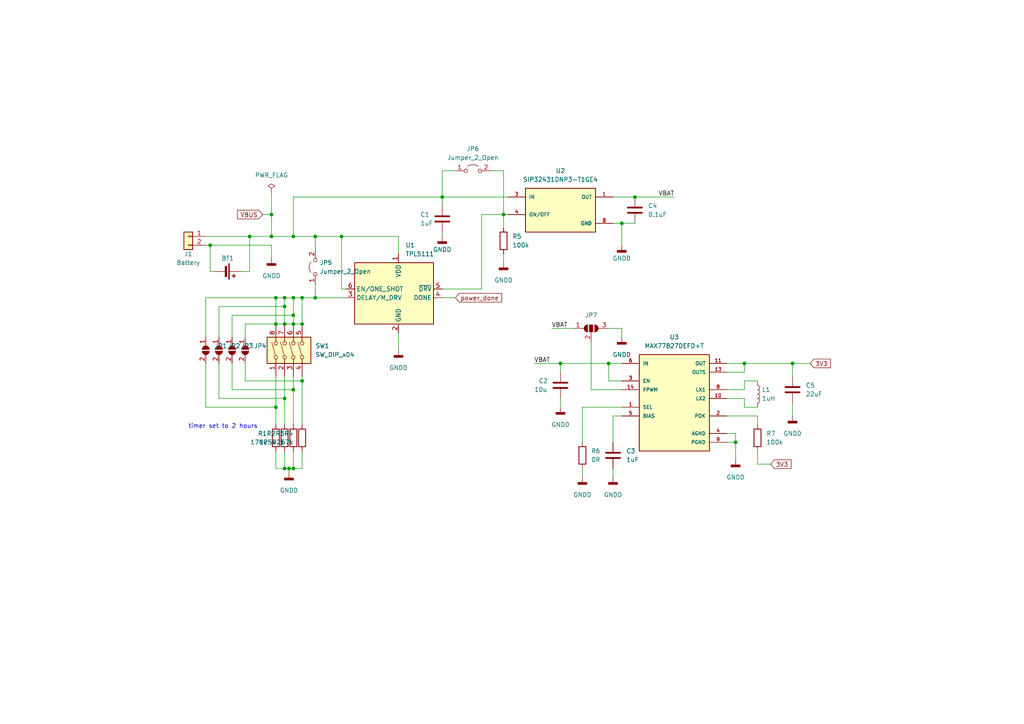
<source format=kicad_sch>
(kicad_sch
	(version 20231120)
	(generator "eeschema")
	(generator_version "8.0")
	(uuid "77c551e5-15fe-4b72-9045-1821f48b8034")
	(paper "A4")
	(lib_symbols
		(symbol "Connector_Generic:Conn_01x02"
			(pin_names
				(offset 1.016) hide)
			(exclude_from_sim no)
			(in_bom yes)
			(on_board yes)
			(property "Reference" "J"
				(at 0 2.54 0)
				(effects
					(font
						(size 1.27 1.27)
					)
				)
			)
			(property "Value" "Conn_01x02"
				(at 0 -5.08 0)
				(effects
					(font
						(size 1.27 1.27)
					)
				)
			)
			(property "Footprint" ""
				(at 0 0 0)
				(effects
					(font
						(size 1.27 1.27)
					)
					(hide yes)
				)
			)
			(property "Datasheet" "~"
				(at 0 0 0)
				(effects
					(font
						(size 1.27 1.27)
					)
					(hide yes)
				)
			)
			(property "Description" "Generic connector, single row, 01x02, script generated (kicad-library-utils/schlib/autogen/connector/)"
				(at 0 0 0)
				(effects
					(font
						(size 1.27 1.27)
					)
					(hide yes)
				)
			)
			(property "ki_keywords" "connector"
				(at 0 0 0)
				(effects
					(font
						(size 1.27 1.27)
					)
					(hide yes)
				)
			)
			(property "ki_fp_filters" "Connector*:*_1x??_*"
				(at 0 0 0)
				(effects
					(font
						(size 1.27 1.27)
					)
					(hide yes)
				)
			)
			(symbol "Conn_01x02_1_1"
				(rectangle
					(start -1.27 -2.413)
					(end 0 -2.667)
					(stroke
						(width 0.1524)
						(type default)
					)
					(fill
						(type none)
					)
				)
				(rectangle
					(start -1.27 0.127)
					(end 0 -0.127)
					(stroke
						(width 0.1524)
						(type default)
					)
					(fill
						(type none)
					)
				)
				(rectangle
					(start -1.27 1.27)
					(end 1.27 -3.81)
					(stroke
						(width 0.254)
						(type default)
					)
					(fill
						(type background)
					)
				)
				(pin passive line
					(at -5.08 0 0)
					(length 3.81)
					(name "Pin_1"
						(effects
							(font
								(size 1.27 1.27)
							)
						)
					)
					(number "1"
						(effects
							(font
								(size 1.27 1.27)
							)
						)
					)
				)
				(pin passive line
					(at -5.08 -2.54 0)
					(length 3.81)
					(name "Pin_2"
						(effects
							(font
								(size 1.27 1.27)
							)
						)
					)
					(number "2"
						(effects
							(font
								(size 1.27 1.27)
							)
						)
					)
				)
			)
		)
		(symbol "Device:Battery_Cell"
			(pin_numbers hide)
			(pin_names
				(offset 0) hide)
			(exclude_from_sim no)
			(in_bom yes)
			(on_board yes)
			(property "Reference" "BT"
				(at 2.54 2.54 0)
				(effects
					(font
						(size 1.27 1.27)
					)
					(justify left)
				)
			)
			(property "Value" "Battery_Cell"
				(at 2.54 0 0)
				(effects
					(font
						(size 1.27 1.27)
					)
					(justify left)
				)
			)
			(property "Footprint" ""
				(at 0 1.524 90)
				(effects
					(font
						(size 1.27 1.27)
					)
					(hide yes)
				)
			)
			(property "Datasheet" "~"
				(at 0 1.524 90)
				(effects
					(font
						(size 1.27 1.27)
					)
					(hide yes)
				)
			)
			(property "Description" "Single-cell battery"
				(at 0 0 0)
				(effects
					(font
						(size 1.27 1.27)
					)
					(hide yes)
				)
			)
			(property "ki_keywords" "battery cell"
				(at 0 0 0)
				(effects
					(font
						(size 1.27 1.27)
					)
					(hide yes)
				)
			)
			(symbol "Battery_Cell_0_1"
				(rectangle
					(start -2.286 1.778)
					(end 2.286 1.524)
					(stroke
						(width 0)
						(type default)
					)
					(fill
						(type outline)
					)
				)
				(rectangle
					(start -1.524 1.016)
					(end 1.524 0.508)
					(stroke
						(width 0)
						(type default)
					)
					(fill
						(type outline)
					)
				)
				(polyline
					(pts
						(xy 0 0.762) (xy 0 0)
					)
					(stroke
						(width 0)
						(type default)
					)
					(fill
						(type none)
					)
				)
				(polyline
					(pts
						(xy 0 1.778) (xy 0 2.54)
					)
					(stroke
						(width 0)
						(type default)
					)
					(fill
						(type none)
					)
				)
				(polyline
					(pts
						(xy 0.762 3.048) (xy 1.778 3.048)
					)
					(stroke
						(width 0.254)
						(type default)
					)
					(fill
						(type none)
					)
				)
				(polyline
					(pts
						(xy 1.27 3.556) (xy 1.27 2.54)
					)
					(stroke
						(width 0.254)
						(type default)
					)
					(fill
						(type none)
					)
				)
			)
			(symbol "Battery_Cell_1_1"
				(pin passive line
					(at 0 5.08 270)
					(length 2.54)
					(name "+"
						(effects
							(font
								(size 1.27 1.27)
							)
						)
					)
					(number "1"
						(effects
							(font
								(size 1.27 1.27)
							)
						)
					)
				)
				(pin passive line
					(at 0 -2.54 90)
					(length 2.54)
					(name "-"
						(effects
							(font
								(size 1.27 1.27)
							)
						)
					)
					(number "2"
						(effects
							(font
								(size 1.27 1.27)
							)
						)
					)
				)
			)
		)
		(symbol "Device:C"
			(pin_numbers hide)
			(pin_names
				(offset 0.254)
			)
			(exclude_from_sim no)
			(in_bom yes)
			(on_board yes)
			(property "Reference" "C"
				(at 0.635 2.54 0)
				(effects
					(font
						(size 1.27 1.27)
					)
					(justify left)
				)
			)
			(property "Value" "C"
				(at 0.635 -2.54 0)
				(effects
					(font
						(size 1.27 1.27)
					)
					(justify left)
				)
			)
			(property "Footprint" ""
				(at 0.9652 -3.81 0)
				(effects
					(font
						(size 1.27 1.27)
					)
					(hide yes)
				)
			)
			(property "Datasheet" "~"
				(at 0 0 0)
				(effects
					(font
						(size 1.27 1.27)
					)
					(hide yes)
				)
			)
			(property "Description" "Unpolarized capacitor"
				(at 0 0 0)
				(effects
					(font
						(size 1.27 1.27)
					)
					(hide yes)
				)
			)
			(property "ki_keywords" "cap capacitor"
				(at 0 0 0)
				(effects
					(font
						(size 1.27 1.27)
					)
					(hide yes)
				)
			)
			(property "ki_fp_filters" "C_*"
				(at 0 0 0)
				(effects
					(font
						(size 1.27 1.27)
					)
					(hide yes)
				)
			)
			(symbol "C_0_1"
				(polyline
					(pts
						(xy -2.032 -0.762) (xy 2.032 -0.762)
					)
					(stroke
						(width 0.508)
						(type default)
					)
					(fill
						(type none)
					)
				)
				(polyline
					(pts
						(xy -2.032 0.762) (xy 2.032 0.762)
					)
					(stroke
						(width 0.508)
						(type default)
					)
					(fill
						(type none)
					)
				)
			)
			(symbol "C_1_1"
				(pin passive line
					(at 0 3.81 270)
					(length 2.794)
					(name "~"
						(effects
							(font
								(size 1.27 1.27)
							)
						)
					)
					(number "1"
						(effects
							(font
								(size 1.27 1.27)
							)
						)
					)
				)
				(pin passive line
					(at 0 -3.81 90)
					(length 2.794)
					(name "~"
						(effects
							(font
								(size 1.27 1.27)
							)
						)
					)
					(number "2"
						(effects
							(font
								(size 1.27 1.27)
							)
						)
					)
				)
			)
		)
		(symbol "Device:L"
			(pin_numbers hide)
			(pin_names
				(offset 1.016) hide)
			(exclude_from_sim no)
			(in_bom yes)
			(on_board yes)
			(property "Reference" "L"
				(at -1.27 0 90)
				(effects
					(font
						(size 1.27 1.27)
					)
				)
			)
			(property "Value" "L"
				(at 1.905 0 90)
				(effects
					(font
						(size 1.27 1.27)
					)
				)
			)
			(property "Footprint" ""
				(at 0 0 0)
				(effects
					(font
						(size 1.27 1.27)
					)
					(hide yes)
				)
			)
			(property "Datasheet" "~"
				(at 0 0 0)
				(effects
					(font
						(size 1.27 1.27)
					)
					(hide yes)
				)
			)
			(property "Description" "Inductor"
				(at 0 0 0)
				(effects
					(font
						(size 1.27 1.27)
					)
					(hide yes)
				)
			)
			(property "ki_keywords" "inductor choke coil reactor magnetic"
				(at 0 0 0)
				(effects
					(font
						(size 1.27 1.27)
					)
					(hide yes)
				)
			)
			(property "ki_fp_filters" "Choke_* *Coil* Inductor_* L_*"
				(at 0 0 0)
				(effects
					(font
						(size 1.27 1.27)
					)
					(hide yes)
				)
			)
			(symbol "L_0_1"
				(arc
					(start 0 -2.54)
					(mid 0.6323 -1.905)
					(end 0 -1.27)
					(stroke
						(width 0)
						(type default)
					)
					(fill
						(type none)
					)
				)
				(arc
					(start 0 -1.27)
					(mid 0.6323 -0.635)
					(end 0 0)
					(stroke
						(width 0)
						(type default)
					)
					(fill
						(type none)
					)
				)
				(arc
					(start 0 0)
					(mid 0.6323 0.635)
					(end 0 1.27)
					(stroke
						(width 0)
						(type default)
					)
					(fill
						(type none)
					)
				)
				(arc
					(start 0 1.27)
					(mid 0.6323 1.905)
					(end 0 2.54)
					(stroke
						(width 0)
						(type default)
					)
					(fill
						(type none)
					)
				)
			)
			(symbol "L_1_1"
				(pin passive line
					(at 0 3.81 270)
					(length 1.27)
					(name "1"
						(effects
							(font
								(size 1.27 1.27)
							)
						)
					)
					(number "1"
						(effects
							(font
								(size 1.27 1.27)
							)
						)
					)
				)
				(pin passive line
					(at 0 -3.81 90)
					(length 1.27)
					(name "2"
						(effects
							(font
								(size 1.27 1.27)
							)
						)
					)
					(number "2"
						(effects
							(font
								(size 1.27 1.27)
							)
						)
					)
				)
			)
		)
		(symbol "Device:R"
			(pin_numbers hide)
			(pin_names
				(offset 0)
			)
			(exclude_from_sim no)
			(in_bom yes)
			(on_board yes)
			(property "Reference" "R"
				(at 2.032 0 90)
				(effects
					(font
						(size 1.27 1.27)
					)
				)
			)
			(property "Value" "R"
				(at 0 0 90)
				(effects
					(font
						(size 1.27 1.27)
					)
				)
			)
			(property "Footprint" ""
				(at -1.778 0 90)
				(effects
					(font
						(size 1.27 1.27)
					)
					(hide yes)
				)
			)
			(property "Datasheet" "~"
				(at 0 0 0)
				(effects
					(font
						(size 1.27 1.27)
					)
					(hide yes)
				)
			)
			(property "Description" "Resistor"
				(at 0 0 0)
				(effects
					(font
						(size 1.27 1.27)
					)
					(hide yes)
				)
			)
			(property "ki_keywords" "R res resistor"
				(at 0 0 0)
				(effects
					(font
						(size 1.27 1.27)
					)
					(hide yes)
				)
			)
			(property "ki_fp_filters" "R_*"
				(at 0 0 0)
				(effects
					(font
						(size 1.27 1.27)
					)
					(hide yes)
				)
			)
			(symbol "R_0_1"
				(rectangle
					(start -1.016 -2.54)
					(end 1.016 2.54)
					(stroke
						(width 0.254)
						(type default)
					)
					(fill
						(type none)
					)
				)
			)
			(symbol "R_1_1"
				(pin passive line
					(at 0 3.81 270)
					(length 1.27)
					(name "~"
						(effects
							(font
								(size 1.27 1.27)
							)
						)
					)
					(number "1"
						(effects
							(font
								(size 1.27 1.27)
							)
						)
					)
				)
				(pin passive line
					(at 0 -3.81 90)
					(length 1.27)
					(name "~"
						(effects
							(font
								(size 1.27 1.27)
							)
						)
					)
					(number "2"
						(effects
							(font
								(size 1.27 1.27)
							)
						)
					)
				)
			)
		)
		(symbol "Jumper:Jumper_2_Open"
			(pin_names
				(offset 0) hide)
			(exclude_from_sim no)
			(in_bom yes)
			(on_board yes)
			(property "Reference" "JP"
				(at 0 2.794 0)
				(effects
					(font
						(size 1.27 1.27)
					)
				)
			)
			(property "Value" "Jumper_2_Open"
				(at 0 -2.286 0)
				(effects
					(font
						(size 1.27 1.27)
					)
				)
			)
			(property "Footprint" ""
				(at 0 0 0)
				(effects
					(font
						(size 1.27 1.27)
					)
					(hide yes)
				)
			)
			(property "Datasheet" "~"
				(at 0 0 0)
				(effects
					(font
						(size 1.27 1.27)
					)
					(hide yes)
				)
			)
			(property "Description" "Jumper, 2-pole, open"
				(at 0 0 0)
				(effects
					(font
						(size 1.27 1.27)
					)
					(hide yes)
				)
			)
			(property "ki_keywords" "Jumper SPST"
				(at 0 0 0)
				(effects
					(font
						(size 1.27 1.27)
					)
					(hide yes)
				)
			)
			(property "ki_fp_filters" "Jumper* TestPoint*2Pads* TestPoint*Bridge*"
				(at 0 0 0)
				(effects
					(font
						(size 1.27 1.27)
					)
					(hide yes)
				)
			)
			(symbol "Jumper_2_Open_0_0"
				(circle
					(center -2.032 0)
					(radius 0.508)
					(stroke
						(width 0)
						(type default)
					)
					(fill
						(type none)
					)
				)
				(circle
					(center 2.032 0)
					(radius 0.508)
					(stroke
						(width 0)
						(type default)
					)
					(fill
						(type none)
					)
				)
			)
			(symbol "Jumper_2_Open_0_1"
				(arc
					(start 1.524 1.27)
					(mid 0 1.778)
					(end -1.524 1.27)
					(stroke
						(width 0)
						(type default)
					)
					(fill
						(type none)
					)
				)
			)
			(symbol "Jumper_2_Open_1_1"
				(pin passive line
					(at -5.08 0 0)
					(length 2.54)
					(name "A"
						(effects
							(font
								(size 1.27 1.27)
							)
						)
					)
					(number "1"
						(effects
							(font
								(size 1.27 1.27)
							)
						)
					)
				)
				(pin passive line
					(at 5.08 0 180)
					(length 2.54)
					(name "B"
						(effects
							(font
								(size 1.27 1.27)
							)
						)
					)
					(number "2"
						(effects
							(font
								(size 1.27 1.27)
							)
						)
					)
				)
			)
		)
		(symbol "Jumper:SolderJumper_2_Open"
			(pin_names
				(offset 0) hide)
			(exclude_from_sim no)
			(in_bom yes)
			(on_board yes)
			(property "Reference" "JP"
				(at 0 2.032 0)
				(effects
					(font
						(size 1.27 1.27)
					)
				)
			)
			(property "Value" "SolderJumper_2_Open"
				(at 0 -2.54 0)
				(effects
					(font
						(size 1.27 1.27)
					)
				)
			)
			(property "Footprint" ""
				(at 0 0 0)
				(effects
					(font
						(size 1.27 1.27)
					)
					(hide yes)
				)
			)
			(property "Datasheet" "~"
				(at 0 0 0)
				(effects
					(font
						(size 1.27 1.27)
					)
					(hide yes)
				)
			)
			(property "Description" "Solder Jumper, 2-pole, open"
				(at 0 0 0)
				(effects
					(font
						(size 1.27 1.27)
					)
					(hide yes)
				)
			)
			(property "ki_keywords" "solder jumper SPST"
				(at 0 0 0)
				(effects
					(font
						(size 1.27 1.27)
					)
					(hide yes)
				)
			)
			(property "ki_fp_filters" "SolderJumper*Open*"
				(at 0 0 0)
				(effects
					(font
						(size 1.27 1.27)
					)
					(hide yes)
				)
			)
			(symbol "SolderJumper_2_Open_0_1"
				(arc
					(start -0.254 1.016)
					(mid -1.2656 0)
					(end -0.254 -1.016)
					(stroke
						(width 0)
						(type default)
					)
					(fill
						(type none)
					)
				)
				(arc
					(start -0.254 1.016)
					(mid -1.2656 0)
					(end -0.254 -1.016)
					(stroke
						(width 0)
						(type default)
					)
					(fill
						(type outline)
					)
				)
				(polyline
					(pts
						(xy -0.254 1.016) (xy -0.254 -1.016)
					)
					(stroke
						(width 0)
						(type default)
					)
					(fill
						(type none)
					)
				)
				(polyline
					(pts
						(xy 0.254 1.016) (xy 0.254 -1.016)
					)
					(stroke
						(width 0)
						(type default)
					)
					(fill
						(type none)
					)
				)
				(arc
					(start 0.254 -1.016)
					(mid 1.2656 0)
					(end 0.254 1.016)
					(stroke
						(width 0)
						(type default)
					)
					(fill
						(type none)
					)
				)
				(arc
					(start 0.254 -1.016)
					(mid 1.2656 0)
					(end 0.254 1.016)
					(stroke
						(width 0)
						(type default)
					)
					(fill
						(type outline)
					)
				)
			)
			(symbol "SolderJumper_2_Open_1_1"
				(pin passive line
					(at -3.81 0 0)
					(length 2.54)
					(name "A"
						(effects
							(font
								(size 1.27 1.27)
							)
						)
					)
					(number "1"
						(effects
							(font
								(size 1.27 1.27)
							)
						)
					)
				)
				(pin passive line
					(at 3.81 0 180)
					(length 2.54)
					(name "B"
						(effects
							(font
								(size 1.27 1.27)
							)
						)
					)
					(number "2"
						(effects
							(font
								(size 1.27 1.27)
							)
						)
					)
				)
			)
		)
		(symbol "Jumper:SolderJumper_3_Open"
			(pin_names
				(offset 0) hide)
			(exclude_from_sim no)
			(in_bom yes)
			(on_board yes)
			(property "Reference" "JP"
				(at -2.54 -2.54 0)
				(effects
					(font
						(size 1.27 1.27)
					)
				)
			)
			(property "Value" "SolderJumper_3_Open"
				(at 0 2.794 0)
				(effects
					(font
						(size 1.27 1.27)
					)
				)
			)
			(property "Footprint" ""
				(at 0 0 0)
				(effects
					(font
						(size 1.27 1.27)
					)
					(hide yes)
				)
			)
			(property "Datasheet" "~"
				(at 0 0 0)
				(effects
					(font
						(size 1.27 1.27)
					)
					(hide yes)
				)
			)
			(property "Description" "Solder Jumper, 3-pole, open"
				(at 0 0 0)
				(effects
					(font
						(size 1.27 1.27)
					)
					(hide yes)
				)
			)
			(property "ki_keywords" "Solder Jumper SPDT"
				(at 0 0 0)
				(effects
					(font
						(size 1.27 1.27)
					)
					(hide yes)
				)
			)
			(property "ki_fp_filters" "SolderJumper*Open*"
				(at 0 0 0)
				(effects
					(font
						(size 1.27 1.27)
					)
					(hide yes)
				)
			)
			(symbol "SolderJumper_3_Open_0_1"
				(arc
					(start -1.016 1.016)
					(mid -2.0276 0)
					(end -1.016 -1.016)
					(stroke
						(width 0)
						(type default)
					)
					(fill
						(type none)
					)
				)
				(arc
					(start -1.016 1.016)
					(mid -2.0276 0)
					(end -1.016 -1.016)
					(stroke
						(width 0)
						(type default)
					)
					(fill
						(type outline)
					)
				)
				(rectangle
					(start -0.508 1.016)
					(end 0.508 -1.016)
					(stroke
						(width 0)
						(type default)
					)
					(fill
						(type outline)
					)
				)
				(polyline
					(pts
						(xy -2.54 0) (xy -2.032 0)
					)
					(stroke
						(width 0)
						(type default)
					)
					(fill
						(type none)
					)
				)
				(polyline
					(pts
						(xy -1.016 1.016) (xy -1.016 -1.016)
					)
					(stroke
						(width 0)
						(type default)
					)
					(fill
						(type none)
					)
				)
				(polyline
					(pts
						(xy 0 -1.27) (xy 0 -1.016)
					)
					(stroke
						(width 0)
						(type default)
					)
					(fill
						(type none)
					)
				)
				(polyline
					(pts
						(xy 1.016 1.016) (xy 1.016 -1.016)
					)
					(stroke
						(width 0)
						(type default)
					)
					(fill
						(type none)
					)
				)
				(polyline
					(pts
						(xy 2.54 0) (xy 2.032 0)
					)
					(stroke
						(width 0)
						(type default)
					)
					(fill
						(type none)
					)
				)
				(arc
					(start 1.016 -1.016)
					(mid 2.0276 0)
					(end 1.016 1.016)
					(stroke
						(width 0)
						(type default)
					)
					(fill
						(type none)
					)
				)
				(arc
					(start 1.016 -1.016)
					(mid 2.0276 0)
					(end 1.016 1.016)
					(stroke
						(width 0)
						(type default)
					)
					(fill
						(type outline)
					)
				)
			)
			(symbol "SolderJumper_3_Open_1_1"
				(pin passive line
					(at -5.08 0 0)
					(length 2.54)
					(name "A"
						(effects
							(font
								(size 1.27 1.27)
							)
						)
					)
					(number "1"
						(effects
							(font
								(size 1.27 1.27)
							)
						)
					)
				)
				(pin passive line
					(at 0 -3.81 90)
					(length 2.54)
					(name "C"
						(effects
							(font
								(size 1.27 1.27)
							)
						)
					)
					(number "2"
						(effects
							(font
								(size 1.27 1.27)
							)
						)
					)
				)
				(pin passive line
					(at 5.08 0 180)
					(length 2.54)
					(name "B"
						(effects
							(font
								(size 1.27 1.27)
							)
						)
					)
					(number "3"
						(effects
							(font
								(size 1.27 1.27)
							)
						)
					)
				)
			)
		)
		(symbol "MAX77827DEFD_T:MAX77827DEFD+T"
			(pin_names
				(offset 1.016)
			)
			(exclude_from_sim no)
			(in_bom yes)
			(on_board yes)
			(property "Reference" "U"
				(at -10.16 13.208 0)
				(effects
					(font
						(size 1.27 1.27)
					)
					(justify left bottom)
				)
			)
			(property "Value" "MAX77827DEFD+T"
				(at -10.16 -17.78 0)
				(effects
					(font
						(size 1.27 1.27)
					)
					(justify left bottom)
				)
			)
			(property "Footprint" "CONV_MAX77827DEFD+T"
				(at 0 0 0)
				(effects
					(font
						(size 1.27 1.27)
					)
					(justify bottom)
					(hide yes)
				)
			)
			(property "Datasheet" ""
				(at 0 0 0)
				(effects
					(font
						(size 1.27 1.27)
					)
					(hide yes)
				)
			)
			(property "Description" ""
				(at 0 0 0)
				(effects
					(font
						(size 1.27 1.27)
					)
					(hide yes)
				)
			)
			(property "PARTREV" "B"
				(at 0 0 0)
				(effects
					(font
						(size 1.27 1.27)
					)
					(justify bottom)
					(hide yes)
				)
			)
			(property "STANDARD" "Manufacturer Recommended"
				(at 0 0 0)
				(effects
					(font
						(size 1.27 1.27)
					)
					(justify bottom)
					(hide yes)
				)
			)
			(property "MAXIMUM_PACKAGE_HEIGHT" "0.6mm"
				(at 0 0 0)
				(effects
					(font
						(size 1.27 1.27)
					)
					(justify bottom)
					(hide yes)
				)
			)
			(property "MANUFACTURER" "Maxim Integrated"
				(at 0 0 0)
				(effects
					(font
						(size 1.27 1.27)
					)
					(justify bottom)
					(hide yes)
				)
			)
			(symbol "MAX77827DEFD+T_0_0"
				(rectangle
					(start -10.16 -15.24)
					(end 10.16 12.7)
					(stroke
						(width 0.254)
						(type default)
					)
					(fill
						(type background)
					)
				)
				(pin passive line
					(at -15.24 -2.54 0)
					(length 5.08)
					(name "SEL"
						(effects
							(font
								(size 1.016 1.016)
							)
						)
					)
					(number "1"
						(effects
							(font
								(size 1.016 1.016)
							)
						)
					)
				)
				(pin passive line
					(at 15.24 0 180)
					(length 5.08)
					(name "LX2"
						(effects
							(font
								(size 1.016 1.016)
							)
						)
					)
					(number "10"
						(effects
							(font
								(size 1.016 1.016)
							)
						)
					)
				)
				(pin output line
					(at 15.24 10.16 180)
					(length 5.08)
					(name "OUT"
						(effects
							(font
								(size 1.016 1.016)
							)
						)
					)
					(number "11"
						(effects
							(font
								(size 1.016 1.016)
							)
						)
					)
				)
				(pin input line
					(at 15.24 7.62 180)
					(length 5.08)
					(name "OUTS"
						(effects
							(font
								(size 1.016 1.016)
							)
						)
					)
					(number "13"
						(effects
							(font
								(size 1.016 1.016)
							)
						)
					)
				)
				(pin input line
					(at -15.24 2.54 0)
					(length 5.08)
					(name "FPWM"
						(effects
							(font
								(size 1.016 1.016)
							)
						)
					)
					(number "14"
						(effects
							(font
								(size 1.016 1.016)
							)
						)
					)
				)
				(pin output line
					(at 15.24 -5.08 180)
					(length 5.08)
					(name "POK"
						(effects
							(font
								(size 1.016 1.016)
							)
						)
					)
					(number "2"
						(effects
							(font
								(size 1.016 1.016)
							)
						)
					)
				)
				(pin input line
					(at -15.24 5.08 0)
					(length 5.08)
					(name "EN"
						(effects
							(font
								(size 1.016 1.016)
							)
						)
					)
					(number "3"
						(effects
							(font
								(size 1.016 1.016)
							)
						)
					)
				)
				(pin power_in line
					(at 15.24 -10.16 180)
					(length 5.08)
					(name "AGND"
						(effects
							(font
								(size 1.016 1.016)
							)
						)
					)
					(number "4"
						(effects
							(font
								(size 1.016 1.016)
							)
						)
					)
				)
				(pin passive line
					(at -15.24 -5.08 0)
					(length 5.08)
					(name "BIAS"
						(effects
							(font
								(size 1.016 1.016)
							)
						)
					)
					(number "5"
						(effects
							(font
								(size 1.016 1.016)
							)
						)
					)
				)
				(pin input line
					(at -15.24 10.16 0)
					(length 5.08)
					(name "IN"
						(effects
							(font
								(size 1.016 1.016)
							)
						)
					)
					(number "6"
						(effects
							(font
								(size 1.016 1.016)
							)
						)
					)
				)
				(pin passive line
					(at 15.24 2.54 180)
					(length 5.08)
					(name "LX1"
						(effects
							(font
								(size 1.016 1.016)
							)
						)
					)
					(number "8"
						(effects
							(font
								(size 1.016 1.016)
							)
						)
					)
				)
				(pin power_in line
					(at 15.24 -12.7 180)
					(length 5.08)
					(name "PGND"
						(effects
							(font
								(size 1.016 1.016)
							)
						)
					)
					(number "9"
						(effects
							(font
								(size 1.016 1.016)
							)
						)
					)
				)
			)
		)
		(symbol "SIP32431DNP3-T1GE4:SIP32431DNP3-T1GE4"
			(pin_names
				(offset 1.016)
			)
			(exclude_from_sim no)
			(in_bom yes)
			(on_board yes)
			(property "Reference" "U"
				(at -10.16 5.842 0)
				(effects
					(font
						(size 1.27 1.27)
					)
					(justify left bottom)
				)
			)
			(property "Value" "SIP32431DNP3-T1GE4"
				(at -10.16 -10.16 0)
				(effects
					(font
						(size 1.27 1.27)
					)
					(justify left bottom)
				)
			)
			(property "Footprint" "SON50P120X160X60-5N"
				(at 0 0 0)
				(effects
					(font
						(size 1.27 1.27)
					)
					(justify bottom)
					(hide yes)
				)
			)
			(property "Datasheet" ""
				(at 0 0 0)
				(effects
					(font
						(size 1.27 1.27)
					)
					(hide yes)
				)
			)
			(property "Description" ""
				(at 0 0 0)
				(effects
					(font
						(size 1.27 1.27)
					)
					(hide yes)
				)
			)
			(property "PARTREV" "Rev F"
				(at 0 0 0)
				(effects
					(font
						(size 1.27 1.27)
					)
					(justify bottom)
					(hide yes)
				)
			)
			(property "STANDARD" "IPC-7351B"
				(at 0 0 0)
				(effects
					(font
						(size 1.27 1.27)
					)
					(justify bottom)
					(hide yes)
				)
			)
			(property "MAXIMUM_PACKAGE_HEIGHT" "0.6mm"
				(at 0 0 0)
				(effects
					(font
						(size 1.27 1.27)
					)
					(justify bottom)
					(hide yes)
				)
			)
			(property "MANUFACTURER" "Vishay Siliconix"
				(at 0 0 0)
				(effects
					(font
						(size 1.27 1.27)
					)
					(justify bottom)
					(hide yes)
				)
			)
			(symbol "SIP32431DNP3-T1GE4_0_0"
				(rectangle
					(start -10.16 -7.62)
					(end 10.16 5.08)
					(stroke
						(width 0.254)
						(type default)
					)
					(fill
						(type background)
					)
				)
				(pin output line
					(at 15.24 2.54 180)
					(length 5.08)
					(name "OUT"
						(effects
							(font
								(size 1.016 1.016)
							)
						)
					)
					(number "1"
						(effects
							(font
								(size 1.016 1.016)
							)
						)
					)
				)
				(pin power_in line
					(at 15.24 -5.08 180)
					(length 5.08)
					(name "GND"
						(effects
							(font
								(size 1.016 1.016)
							)
						)
					)
					(number "2"
						(effects
							(font
								(size 1.016 1.016)
							)
						)
					)
				)
				(pin input line
					(at -15.24 2.54 0)
					(length 5.08)
					(name "IN"
						(effects
							(font
								(size 1.016 1.016)
							)
						)
					)
					(number "3"
						(effects
							(font
								(size 1.016 1.016)
							)
						)
					)
				)
				(pin input line
					(at -15.24 -2.54 0)
					(length 5.08)
					(name "ON/OFF"
						(effects
							(font
								(size 1.016 1.016)
							)
						)
					)
					(number "4"
						(effects
							(font
								(size 1.016 1.016)
							)
						)
					)
				)
				(pin power_in line
					(at 15.24 -5.08 180)
					(length 5.08)
					(name "GND"
						(effects
							(font
								(size 1.016 1.016)
							)
						)
					)
					(number "5"
						(effects
							(font
								(size 1.016 1.016)
							)
						)
					)
				)
			)
		)
		(symbol "Switch:SW_DIP_x04"
			(pin_names
				(offset 0) hide)
			(exclude_from_sim no)
			(in_bom yes)
			(on_board yes)
			(property "Reference" "SW"
				(at 0 8.89 0)
				(effects
					(font
						(size 1.27 1.27)
					)
				)
			)
			(property "Value" "SW_DIP_x04"
				(at 0 -6.35 0)
				(effects
					(font
						(size 1.27 1.27)
					)
				)
			)
			(property "Footprint" ""
				(at 0 0 0)
				(effects
					(font
						(size 1.27 1.27)
					)
					(hide yes)
				)
			)
			(property "Datasheet" "~"
				(at 0 0 0)
				(effects
					(font
						(size 1.27 1.27)
					)
					(hide yes)
				)
			)
			(property "Description" "4x DIP Switch, Single Pole Single Throw (SPST) switch, small symbol"
				(at 0 0 0)
				(effects
					(font
						(size 1.27 1.27)
					)
					(hide yes)
				)
			)
			(property "ki_keywords" "dip switch"
				(at 0 0 0)
				(effects
					(font
						(size 1.27 1.27)
					)
					(hide yes)
				)
			)
			(property "ki_fp_filters" "SW?DIP?x4*"
				(at 0 0 0)
				(effects
					(font
						(size 1.27 1.27)
					)
					(hide yes)
				)
			)
			(symbol "SW_DIP_x04_0_0"
				(circle
					(center -2.032 -2.54)
					(radius 0.508)
					(stroke
						(width 0)
						(type default)
					)
					(fill
						(type none)
					)
				)
				(circle
					(center -2.032 0)
					(radius 0.508)
					(stroke
						(width 0)
						(type default)
					)
					(fill
						(type none)
					)
				)
				(circle
					(center -2.032 2.54)
					(radius 0.508)
					(stroke
						(width 0)
						(type default)
					)
					(fill
						(type none)
					)
				)
				(circle
					(center -2.032 5.08)
					(radius 0.508)
					(stroke
						(width 0)
						(type default)
					)
					(fill
						(type none)
					)
				)
				(polyline
					(pts
						(xy -1.524 -2.3876) (xy 2.3622 -1.3462)
					)
					(stroke
						(width 0)
						(type default)
					)
					(fill
						(type none)
					)
				)
				(polyline
					(pts
						(xy -1.524 0.127) (xy 2.3622 1.1684)
					)
					(stroke
						(width 0)
						(type default)
					)
					(fill
						(type none)
					)
				)
				(polyline
					(pts
						(xy -1.524 2.667) (xy 2.3622 3.7084)
					)
					(stroke
						(width 0)
						(type default)
					)
					(fill
						(type none)
					)
				)
				(polyline
					(pts
						(xy -1.524 5.207) (xy 2.3622 6.2484)
					)
					(stroke
						(width 0)
						(type default)
					)
					(fill
						(type none)
					)
				)
				(circle
					(center 2.032 -2.54)
					(radius 0.508)
					(stroke
						(width 0)
						(type default)
					)
					(fill
						(type none)
					)
				)
				(circle
					(center 2.032 0)
					(radius 0.508)
					(stroke
						(width 0)
						(type default)
					)
					(fill
						(type none)
					)
				)
				(circle
					(center 2.032 2.54)
					(radius 0.508)
					(stroke
						(width 0)
						(type default)
					)
					(fill
						(type none)
					)
				)
				(circle
					(center 2.032 5.08)
					(radius 0.508)
					(stroke
						(width 0)
						(type default)
					)
					(fill
						(type none)
					)
				)
			)
			(symbol "SW_DIP_x04_0_1"
				(rectangle
					(start -3.81 7.62)
					(end 3.81 -5.08)
					(stroke
						(width 0.254)
						(type default)
					)
					(fill
						(type background)
					)
				)
			)
			(symbol "SW_DIP_x04_1_1"
				(pin passive line
					(at -7.62 5.08 0)
					(length 5.08)
					(name "~"
						(effects
							(font
								(size 1.27 1.27)
							)
						)
					)
					(number "1"
						(effects
							(font
								(size 1.27 1.27)
							)
						)
					)
				)
				(pin passive line
					(at -7.62 2.54 0)
					(length 5.08)
					(name "~"
						(effects
							(font
								(size 1.27 1.27)
							)
						)
					)
					(number "2"
						(effects
							(font
								(size 1.27 1.27)
							)
						)
					)
				)
				(pin passive line
					(at -7.62 0 0)
					(length 5.08)
					(name "~"
						(effects
							(font
								(size 1.27 1.27)
							)
						)
					)
					(number "3"
						(effects
							(font
								(size 1.27 1.27)
							)
						)
					)
				)
				(pin passive line
					(at -7.62 -2.54 0)
					(length 5.08)
					(name "~"
						(effects
							(font
								(size 1.27 1.27)
							)
						)
					)
					(number "4"
						(effects
							(font
								(size 1.27 1.27)
							)
						)
					)
				)
				(pin passive line
					(at 7.62 -2.54 180)
					(length 5.08)
					(name "~"
						(effects
							(font
								(size 1.27 1.27)
							)
						)
					)
					(number "5"
						(effects
							(font
								(size 1.27 1.27)
							)
						)
					)
				)
				(pin passive line
					(at 7.62 0 180)
					(length 5.08)
					(name "~"
						(effects
							(font
								(size 1.27 1.27)
							)
						)
					)
					(number "6"
						(effects
							(font
								(size 1.27 1.27)
							)
						)
					)
				)
				(pin passive line
					(at 7.62 2.54 180)
					(length 5.08)
					(name "~"
						(effects
							(font
								(size 1.27 1.27)
							)
						)
					)
					(number "7"
						(effects
							(font
								(size 1.27 1.27)
							)
						)
					)
				)
				(pin passive line
					(at 7.62 5.08 180)
					(length 5.08)
					(name "~"
						(effects
							(font
								(size 1.27 1.27)
							)
						)
					)
					(number "8"
						(effects
							(font
								(size 1.27 1.27)
							)
						)
					)
				)
			)
		)
		(symbol "Timer:TPL5111"
			(exclude_from_sim no)
			(in_bom yes)
			(on_board yes)
			(property "Reference" "U"
				(at -11.43 11.43 0)
				(effects
					(font
						(size 1.27 1.27)
					)
				)
			)
			(property "Value" "TPL5111"
				(at 6.35 11.43 0)
				(effects
					(font
						(size 1.27 1.27)
					)
				)
			)
			(property "Footprint" "Package_TO_SOT_SMD:SOT-23-6"
				(at 0 0 0)
				(effects
					(font
						(size 1.27 1.27)
					)
					(hide yes)
				)
			)
			(property "Datasheet" "http://www.ti.com/lit/ds/symlink/tpl5111.pdf"
				(at -41.91 3.81 0)
				(effects
					(font
						(size 1.27 1.27)
					)
					(hide yes)
				)
			)
			(property "Description" "Timer, Nano Power, Active-High, 35 nA, 100 ms to 7200 s, VDD 1.8V to 5.5V, Iout max 1mA, SOT-23-6"
				(at 0 0 0)
				(effects
					(font
						(size 1.27 1.27)
					)
					(hide yes)
				)
			)
			(property "ki_keywords" "timer active-high nano wake done"
				(at 0 0 0)
				(effects
					(font
						(size 1.27 1.27)
					)
					(hide yes)
				)
			)
			(property "ki_fp_filters" "SOT?23*"
				(at 0 0 0)
				(effects
					(font
						(size 1.27 1.27)
					)
					(hide yes)
				)
			)
			(symbol "TPL5111_0_1"
				(rectangle
					(start -12.7 10.16)
					(end 10.16 -7.62)
					(stroke
						(width 0.254)
						(type default)
					)
					(fill
						(type background)
					)
				)
			)
			(symbol "TPL5111_1_1"
				(pin power_in line
					(at 0 12.7 270)
					(length 2.54)
					(name "VDD"
						(effects
							(font
								(size 1.27 1.27)
							)
						)
					)
					(number "1"
						(effects
							(font
								(size 1.27 1.27)
							)
						)
					)
				)
				(pin power_in line
					(at 0 -10.16 90)
					(length 2.54)
					(name "GND"
						(effects
							(font
								(size 1.27 1.27)
							)
						)
					)
					(number "2"
						(effects
							(font
								(size 1.27 1.27)
							)
						)
					)
				)
				(pin input line
					(at -15.24 0 0)
					(length 2.54)
					(name "DELAY/M_DRV"
						(effects
							(font
								(size 1.27 1.27)
							)
						)
					)
					(number "3"
						(effects
							(font
								(size 1.27 1.27)
							)
						)
					)
				)
				(pin input line
					(at 12.7 0 180)
					(length 2.54)
					(name "DONE"
						(effects
							(font
								(size 1.27 1.27)
							)
						)
					)
					(number "4"
						(effects
							(font
								(size 1.27 1.27)
							)
						)
					)
				)
				(pin output line
					(at 12.7 2.54 180)
					(length 2.54)
					(name "~{DRV}"
						(effects
							(font
								(size 1.27 1.27)
							)
						)
					)
					(number "5"
						(effects
							(font
								(size 1.27 1.27)
							)
						)
					)
				)
				(pin input line
					(at -15.24 2.54 0)
					(length 2.54)
					(name "EN/ONE_SHOT"
						(effects
							(font
								(size 1.27 1.27)
							)
						)
					)
					(number "6"
						(effects
							(font
								(size 1.27 1.27)
							)
						)
					)
				)
			)
		)
		(symbol "power:GNDD"
			(power)
			(pin_names
				(offset 0)
			)
			(exclude_from_sim no)
			(in_bom yes)
			(on_board yes)
			(property "Reference" "#PWR"
				(at 0 -6.35 0)
				(effects
					(font
						(size 1.27 1.27)
					)
					(hide yes)
				)
			)
			(property "Value" "GNDD"
				(at 0 -3.175 0)
				(effects
					(font
						(size 1.27 1.27)
					)
				)
			)
			(property "Footprint" ""
				(at 0 0 0)
				(effects
					(font
						(size 1.27 1.27)
					)
					(hide yes)
				)
			)
			(property "Datasheet" ""
				(at 0 0 0)
				(effects
					(font
						(size 1.27 1.27)
					)
					(hide yes)
				)
			)
			(property "Description" "Power symbol creates a global label with name \"GNDD\" , digital ground"
				(at 0 0 0)
				(effects
					(font
						(size 1.27 1.27)
					)
					(hide yes)
				)
			)
			(property "ki_keywords" "global power"
				(at 0 0 0)
				(effects
					(font
						(size 1.27 1.27)
					)
					(hide yes)
				)
			)
			(symbol "GNDD_0_1"
				(rectangle
					(start -1.27 -1.524)
					(end 1.27 -2.032)
					(stroke
						(width 0.254)
						(type default)
					)
					(fill
						(type outline)
					)
				)
				(polyline
					(pts
						(xy 0 0) (xy 0 -1.524)
					)
					(stroke
						(width 0)
						(type default)
					)
					(fill
						(type none)
					)
				)
			)
			(symbol "GNDD_1_1"
				(pin power_in line
					(at 0 0 270)
					(length 0) hide
					(name "GNDD"
						(effects
							(font
								(size 1.27 1.27)
							)
						)
					)
					(number "1"
						(effects
							(font
								(size 1.27 1.27)
							)
						)
					)
				)
			)
		)
		(symbol "power:PWR_FLAG"
			(power)
			(pin_numbers hide)
			(pin_names
				(offset 0) hide)
			(exclude_from_sim no)
			(in_bom yes)
			(on_board yes)
			(property "Reference" "#FLG"
				(at 0 1.905 0)
				(effects
					(font
						(size 1.27 1.27)
					)
					(hide yes)
				)
			)
			(property "Value" "PWR_FLAG"
				(at 0 3.81 0)
				(effects
					(font
						(size 1.27 1.27)
					)
				)
			)
			(property "Footprint" ""
				(at 0 0 0)
				(effects
					(font
						(size 1.27 1.27)
					)
					(hide yes)
				)
			)
			(property "Datasheet" "~"
				(at 0 0 0)
				(effects
					(font
						(size 1.27 1.27)
					)
					(hide yes)
				)
			)
			(property "Description" "Special symbol for telling ERC where power comes from"
				(at 0 0 0)
				(effects
					(font
						(size 1.27 1.27)
					)
					(hide yes)
				)
			)
			(property "ki_keywords" "flag power"
				(at 0 0 0)
				(effects
					(font
						(size 1.27 1.27)
					)
					(hide yes)
				)
			)
			(symbol "PWR_FLAG_0_0"
				(pin power_out line
					(at 0 0 90)
					(length 0)
					(name "pwr"
						(effects
							(font
								(size 1.27 1.27)
							)
						)
					)
					(number "1"
						(effects
							(font
								(size 1.27 1.27)
							)
						)
					)
				)
			)
			(symbol "PWR_FLAG_0_1"
				(polyline
					(pts
						(xy 0 0) (xy 0 1.27) (xy -1.016 1.905) (xy 0 2.54) (xy 1.016 1.905) (xy 0 1.27)
					)
					(stroke
						(width 0)
						(type default)
					)
					(fill
						(type none)
					)
				)
			)
		)
	)
	(junction
		(at 80.01 86.36)
		(diameter 0)
		(color 0 0 0 0)
		(uuid "006716a9-98b3-4e7b-8206-f07a0164cc37")
	)
	(junction
		(at 162.56 105.41)
		(diameter 0)
		(color 0 0 0 0)
		(uuid "02a95ebc-3e7d-4fc4-b6cb-08a695621bd4")
	)
	(junction
		(at 80.01 118.11)
		(diameter 0)
		(color 0 0 0 0)
		(uuid "04de966a-a398-4a38-af3c-c7b00d7c7fa7")
	)
	(junction
		(at 128.27 57.15)
		(diameter 0)
		(color 0 0 0 0)
		(uuid "0cd2c105-e6b1-450b-bd83-6020f0c2c608")
	)
	(junction
		(at 78.74 62.23)
		(diameter 0)
		(color 0 0 0 0)
		(uuid "11c5752a-6a40-41fc-8593-bd61e2c753f1")
	)
	(junction
		(at 72.39 68.58)
		(diameter 0)
		(color 0 0 0 0)
		(uuid "2cc74d74-c9b9-4ed1-87b0-6933a1e1ba45")
	)
	(junction
		(at 82.55 88.9)
		(diameter 0)
		(color 0 0 0 0)
		(uuid "2f132090-e2c7-43a4-a189-b2c65e9ba5d1")
	)
	(junction
		(at 82.55 86.36)
		(diameter 0)
		(color 0 0 0 0)
		(uuid "31109c78-3b15-41c6-be00-b25b3cf4a043")
	)
	(junction
		(at 213.36 128.27)
		(diameter 0)
		(color 0 0 0 0)
		(uuid "31e22ba1-cd5a-4430-908c-595c41f88377")
	)
	(junction
		(at 85.09 135.89)
		(diameter 0)
		(color 0 0 0 0)
		(uuid "31eb2226-76af-47af-b51a-9dff122943d3")
	)
	(junction
		(at 85.09 91.44)
		(diameter 0)
		(color 0 0 0 0)
		(uuid "349822c0-d122-4d0e-a227-e1e3489b7c76")
	)
	(junction
		(at 85.09 113.03)
		(diameter 0)
		(color 0 0 0 0)
		(uuid "3a2f9344-0813-4a27-ad06-fc4bb04d2c90")
	)
	(junction
		(at 82.55 93.98)
		(diameter 0)
		(color 0 0 0 0)
		(uuid "3e62a7e4-a9ac-43c0-abc1-f34c832c7355")
	)
	(junction
		(at 229.87 105.41)
		(diameter 0)
		(color 0 0 0 0)
		(uuid "3e8969bb-a558-46ba-b750-1b304325d79b")
	)
	(junction
		(at 82.55 135.89)
		(diameter 0)
		(color 0 0 0 0)
		(uuid "3fe8a29c-62da-4254-a9ff-2f49f3f31c16")
	)
	(junction
		(at 87.63 110.49)
		(diameter 0)
		(color 0 0 0 0)
		(uuid "42d5a369-040c-4e10-a204-8be5c2a6a0c5")
	)
	(junction
		(at 87.63 93.98)
		(diameter 0)
		(color 0 0 0 0)
		(uuid "59224a47-8714-43d2-add3-635449ab6255")
	)
	(junction
		(at 83.82 135.89)
		(diameter 0)
		(color 0 0 0 0)
		(uuid "5bc1a09e-8bfe-4a1d-973d-7e47755aa58f")
	)
	(junction
		(at 146.05 62.23)
		(diameter 0)
		(color 0 0 0 0)
		(uuid "63daa1e4-9975-4999-9a00-8932987de5ba")
	)
	(junction
		(at 85.09 86.36)
		(diameter 0)
		(color 0 0 0 0)
		(uuid "688f15cd-f4c9-48b5-a4bc-4f373d7a7d20")
	)
	(junction
		(at 184.15 57.15)
		(diameter 0)
		(color 0 0 0 0)
		(uuid "72bf0937-b8c8-46c5-bb49-277db6c17a00")
	)
	(junction
		(at 60.96 71.12)
		(diameter 0)
		(color 0 0 0 0)
		(uuid "7c696516-f726-4487-a5d5-9a058b6e70a1")
	)
	(junction
		(at 82.55 115.57)
		(diameter 0)
		(color 0 0 0 0)
		(uuid "999799ab-5214-4c31-8dec-f8ac81e547d2")
	)
	(junction
		(at 85.09 68.58)
		(diameter 0)
		(color 0 0 0 0)
		(uuid "9ca76d80-7b1a-4ddd-aff8-03c7155c9d3d")
	)
	(junction
		(at 99.06 68.58)
		(diameter 0)
		(color 0 0 0 0)
		(uuid "a2873afe-6b23-44d5-a4d5-126600212f36")
	)
	(junction
		(at 215.9 105.41)
		(diameter 0)
		(color 0 0 0 0)
		(uuid "b21b350e-74ff-4d76-b4ca-2c563536f1b4")
	)
	(junction
		(at 91.44 68.58)
		(diameter 0)
		(color 0 0 0 0)
		(uuid "b9c1ea3c-7267-4880-87ab-e8b5746911d5")
	)
	(junction
		(at 80.01 93.98)
		(diameter 0)
		(color 0 0 0 0)
		(uuid "c2af4a9a-273a-4702-bdb0-018e11c0829e")
	)
	(junction
		(at 78.74 68.58)
		(diameter 0)
		(color 0 0 0 0)
		(uuid "cc2fd16d-b26d-4274-9dde-624f1895bee8")
	)
	(junction
		(at 87.63 86.36)
		(diameter 0)
		(color 0 0 0 0)
		(uuid "ce615f39-61fd-4944-8374-747881b51698")
	)
	(junction
		(at 180.34 64.77)
		(diameter 0)
		(color 0 0 0 0)
		(uuid "dbd95df2-f868-45b9-ad1a-e17167ce4059")
	)
	(junction
		(at 176.53 105.41)
		(diameter 0)
		(color 0 0 0 0)
		(uuid "e9631777-97e1-4926-a819-da26ee90127f")
	)
	(junction
		(at 91.44 86.36)
		(diameter 0)
		(color 0 0 0 0)
		(uuid "eb523323-e5d1-41e6-b90d-1fa937f0ecdc")
	)
	(junction
		(at 85.09 93.98)
		(diameter 0)
		(color 0 0 0 0)
		(uuid "ff677f98-ff40-4735-be0d-33b669d062b8")
	)
	(wire
		(pts
			(xy 215.9 105.41) (xy 229.87 105.41)
		)
		(stroke
			(width 0)
			(type default)
		)
		(uuid "02dde364-e837-4986-8332-df608ab155f5")
	)
	(wire
		(pts
			(xy 82.55 93.98) (xy 85.09 93.98)
		)
		(stroke
			(width 0)
			(type default)
		)
		(uuid "032f0eae-25eb-443d-b52f-157f32a7d08f")
	)
	(wire
		(pts
			(xy 180.34 113.03) (xy 171.45 113.03)
		)
		(stroke
			(width 0)
			(type default)
		)
		(uuid "04abae9e-5b42-4712-8c01-8336148e1d8b")
	)
	(wire
		(pts
			(xy 162.56 105.41) (xy 176.53 105.41)
		)
		(stroke
			(width 0)
			(type default)
		)
		(uuid "05fd3c68-9424-41dd-b31f-2fa40535c092")
	)
	(wire
		(pts
			(xy 60.96 71.12) (xy 78.74 71.12)
		)
		(stroke
			(width 0)
			(type default)
		)
		(uuid "085d2639-4d5b-4d41-adc9-6596021e3902")
	)
	(wire
		(pts
			(xy 146.05 62.23) (xy 146.05 66.04)
		)
		(stroke
			(width 0)
			(type default)
		)
		(uuid "08608289-fd02-4f9e-9e0d-8614c930f4fd")
	)
	(wire
		(pts
			(xy 229.87 116.84) (xy 229.87 120.65)
		)
		(stroke
			(width 0)
			(type default)
		)
		(uuid "09ea287d-082b-470d-adb5-6e2359826025")
	)
	(wire
		(pts
			(xy 59.69 118.11) (xy 80.01 118.11)
		)
		(stroke
			(width 0)
			(type default)
		)
		(uuid "0a59352f-ad50-4171-964e-bea23c27135a")
	)
	(wire
		(pts
			(xy 176.53 105.41) (xy 180.34 105.41)
		)
		(stroke
			(width 0)
			(type default)
		)
		(uuid "0a99a38c-1eb3-4bbd-9b42-8e05f3e9d86b")
	)
	(wire
		(pts
			(xy 219.71 120.65) (xy 219.71 123.19)
		)
		(stroke
			(width 0)
			(type default)
		)
		(uuid "0dfdcbc8-6a26-4130-8f41-4e3c7061964d")
	)
	(wire
		(pts
			(xy 91.44 68.58) (xy 91.44 72.39)
		)
		(stroke
			(width 0)
			(type default)
		)
		(uuid "0e141853-6acd-41c3-ba8c-99b367fb89f4")
	)
	(wire
		(pts
			(xy 71.12 105.41) (xy 71.12 110.49)
		)
		(stroke
			(width 0)
			(type default)
		)
		(uuid "1378cdf9-004d-4bbc-9df7-2474ff9fd603")
	)
	(wire
		(pts
			(xy 85.09 135.89) (xy 83.82 135.89)
		)
		(stroke
			(width 0)
			(type default)
		)
		(uuid "15b303ca-f823-4165-84d2-e28e68648004")
	)
	(wire
		(pts
			(xy 76.2 62.23) (xy 78.74 62.23)
		)
		(stroke
			(width 0)
			(type default)
		)
		(uuid "198b4094-6aff-4879-b88c-ca24dde2b68f")
	)
	(wire
		(pts
			(xy 80.01 86.36) (xy 80.01 93.98)
		)
		(stroke
			(width 0)
			(type default)
		)
		(uuid "1dfdf4a6-c145-4b0f-81aa-2923de4a1bb9")
	)
	(wire
		(pts
			(xy 128.27 86.36) (xy 132.08 86.36)
		)
		(stroke
			(width 0)
			(type default)
		)
		(uuid "1fb2f53e-6b0c-4e64-8856-3e57ae8015c7")
	)
	(wire
		(pts
			(xy 139.7 62.23) (xy 146.05 62.23)
		)
		(stroke
			(width 0)
			(type default)
		)
		(uuid "20011c8f-fb7d-4649-ba6a-93bba54bfba5")
	)
	(wire
		(pts
			(xy 215.9 118.11) (xy 219.71 118.11)
		)
		(stroke
			(width 0)
			(type default)
		)
		(uuid "22db89ca-ad07-413c-9c1c-4bafe4e18399")
	)
	(wire
		(pts
			(xy 71.12 97.79) (xy 71.12 93.98)
		)
		(stroke
			(width 0)
			(type default)
		)
		(uuid "230d7eb9-ccbb-400d-a0b7-8cec0fd5f903")
	)
	(wire
		(pts
			(xy 87.63 130.81) (xy 87.63 135.89)
		)
		(stroke
			(width 0)
			(type default)
		)
		(uuid "234383fb-9427-4a06-9245-688910bd1975")
	)
	(wire
		(pts
			(xy 71.12 93.98) (xy 80.01 93.98)
		)
		(stroke
			(width 0)
			(type default)
		)
		(uuid "245ba66a-19b2-4417-87a2-23d54cbdad2f")
	)
	(wire
		(pts
			(xy 87.63 135.89) (xy 85.09 135.89)
		)
		(stroke
			(width 0)
			(type default)
		)
		(uuid "29b609e5-6077-411b-950e-537ddda0be67")
	)
	(wire
		(pts
			(xy 63.5 105.41) (xy 63.5 115.57)
		)
		(stroke
			(width 0)
			(type default)
		)
		(uuid "2ffc2a9a-8436-4710-ad55-75bb7df5d212")
	)
	(wire
		(pts
			(xy 219.71 134.62) (xy 223.52 134.62)
		)
		(stroke
			(width 0)
			(type default)
		)
		(uuid "308d1696-0588-4537-b975-d7988bea1411")
	)
	(wire
		(pts
			(xy 128.27 57.15) (xy 147.32 57.15)
		)
		(stroke
			(width 0)
			(type default)
		)
		(uuid "319ec436-9066-4a54-817c-dee89b7aecd9")
	)
	(wire
		(pts
			(xy 215.9 107.95) (xy 215.9 105.41)
		)
		(stroke
			(width 0)
			(type default)
		)
		(uuid "321196f6-f289-466d-8b87-125ee559e288")
	)
	(wire
		(pts
			(xy 160.02 95.25) (xy 166.37 95.25)
		)
		(stroke
			(width 0)
			(type default)
		)
		(uuid "378378c4-3c18-4ecc-a885-122a934fe78b")
	)
	(wire
		(pts
			(xy 80.01 93.98) (xy 82.55 93.98)
		)
		(stroke
			(width 0)
			(type default)
		)
		(uuid "389f029d-d9f7-4b0b-abb9-ce0daf5df32f")
	)
	(wire
		(pts
			(xy 171.45 113.03) (xy 171.45 99.06)
		)
		(stroke
			(width 0)
			(type default)
		)
		(uuid "38a4d281-df77-411b-8f75-f6953ecac84e")
	)
	(wire
		(pts
			(xy 147.32 62.23) (xy 146.05 62.23)
		)
		(stroke
			(width 0)
			(type default)
		)
		(uuid "398c222c-5f25-4808-af42-3244cce053f8")
	)
	(wire
		(pts
			(xy 63.5 97.79) (xy 63.5 88.9)
		)
		(stroke
			(width 0)
			(type default)
		)
		(uuid "3a0cd21b-248c-4f7e-a185-a8fbec888d7f")
	)
	(wire
		(pts
			(xy 82.55 115.57) (xy 82.55 123.19)
		)
		(stroke
			(width 0)
			(type default)
		)
		(uuid "3a188add-3da9-411a-88a0-e4ec7c28a8b4")
	)
	(wire
		(pts
			(xy 80.01 135.89) (xy 80.01 130.81)
		)
		(stroke
			(width 0)
			(type default)
		)
		(uuid "3cd94602-90a1-43f7-b180-eb41867eb505")
	)
	(wire
		(pts
			(xy 67.31 113.03) (xy 85.09 113.03)
		)
		(stroke
			(width 0)
			(type default)
		)
		(uuid "3eb517a5-0582-4888-98f9-32d4812ddb5a")
	)
	(wire
		(pts
			(xy 91.44 86.36) (xy 100.33 86.36)
		)
		(stroke
			(width 0)
			(type default)
		)
		(uuid "3f6217c6-c20e-40d8-94e4-d793595955f1")
	)
	(wire
		(pts
			(xy 184.15 57.15) (xy 195.58 57.15)
		)
		(stroke
			(width 0)
			(type default)
		)
		(uuid "40593db6-4a89-4139-aa70-a977602fdaad")
	)
	(wire
		(pts
			(xy 99.06 68.58) (xy 115.57 68.58)
		)
		(stroke
			(width 0)
			(type default)
		)
		(uuid "40f18b28-7fa3-4033-886c-5da405ae54c9")
	)
	(wire
		(pts
			(xy 85.09 57.15) (xy 85.09 68.58)
		)
		(stroke
			(width 0)
			(type default)
		)
		(uuid "455c815c-0dae-4efa-a822-bbccdd89e19d")
	)
	(wire
		(pts
			(xy 80.01 118.11) (xy 80.01 123.19)
		)
		(stroke
			(width 0)
			(type default)
		)
		(uuid "480f8a63-081d-45dd-a9f2-15dab478c3f7")
	)
	(wire
		(pts
			(xy 87.63 109.22) (xy 87.63 110.49)
		)
		(stroke
			(width 0)
			(type default)
		)
		(uuid "4e799845-2c88-42de-924c-9c898b21fa77")
	)
	(wire
		(pts
			(xy 146.05 49.53) (xy 146.05 62.23)
		)
		(stroke
			(width 0)
			(type default)
		)
		(uuid "5051bb0d-f3db-461a-8db3-0fe05b198674")
	)
	(wire
		(pts
			(xy 82.55 135.89) (xy 80.01 135.89)
		)
		(stroke
			(width 0)
			(type default)
		)
		(uuid "505af4fb-dc73-4bb5-93f9-d3e6358826b4")
	)
	(wire
		(pts
			(xy 85.09 57.15) (xy 128.27 57.15)
		)
		(stroke
			(width 0)
			(type default)
		)
		(uuid "510c124d-a99b-412c-84dc-3b5f4fa5ba64")
	)
	(wire
		(pts
			(xy 210.82 120.65) (xy 219.71 120.65)
		)
		(stroke
			(width 0)
			(type default)
		)
		(uuid "517c1bbd-7e78-4f62-95ef-e494c1d6d645")
	)
	(wire
		(pts
			(xy 210.82 113.03) (xy 215.9 113.03)
		)
		(stroke
			(width 0)
			(type default)
		)
		(uuid "55b71acd-4ecc-4b49-9c92-ad46ce36a3db")
	)
	(wire
		(pts
			(xy 82.55 86.36) (xy 82.55 88.9)
		)
		(stroke
			(width 0)
			(type default)
		)
		(uuid "5a2ccd3d-b5ca-480b-a1e5-cb55a603c35d")
	)
	(wire
		(pts
			(xy 85.09 109.22) (xy 85.09 113.03)
		)
		(stroke
			(width 0)
			(type default)
		)
		(uuid "5b28433b-5acf-455e-a793-aabd2853f571")
	)
	(wire
		(pts
			(xy 82.55 109.22) (xy 82.55 115.57)
		)
		(stroke
			(width 0)
			(type default)
		)
		(uuid "5d2cece8-50fa-4360-8dbe-4a3ac74b82c3")
	)
	(wire
		(pts
			(xy 63.5 115.57) (xy 82.55 115.57)
		)
		(stroke
			(width 0)
			(type default)
		)
		(uuid "5e38e6d1-7f2f-46a2-85d5-58601ee72dca")
	)
	(wire
		(pts
			(xy 59.69 105.41) (xy 59.69 118.11)
		)
		(stroke
			(width 0)
			(type default)
		)
		(uuid "5f14c2eb-f166-442d-bda7-a231194b6af8")
	)
	(wire
		(pts
			(xy 168.91 135.89) (xy 168.91 138.43)
		)
		(stroke
			(width 0)
			(type default)
		)
		(uuid "651bb800-719e-4d29-aea1-35312fd50537")
	)
	(wire
		(pts
			(xy 85.09 86.36) (xy 87.63 86.36)
		)
		(stroke
			(width 0)
			(type default)
		)
		(uuid "6602c1e5-eeab-45c3-9545-23940590c471")
	)
	(wire
		(pts
			(xy 62.23 78.74) (xy 60.96 78.74)
		)
		(stroke
			(width 0)
			(type default)
		)
		(uuid "68f76a1f-59c7-400d-a175-1207fc375deb")
	)
	(wire
		(pts
			(xy 177.8 57.15) (xy 184.15 57.15)
		)
		(stroke
			(width 0)
			(type default)
		)
		(uuid "69d996d2-0c9c-4550-b600-7bbf929536a5")
	)
	(wire
		(pts
			(xy 72.39 78.74) (xy 72.39 68.58)
		)
		(stroke
			(width 0)
			(type default)
		)
		(uuid "69e7dc86-571a-41ca-b559-ce8f866c385e")
	)
	(wire
		(pts
			(xy 115.57 96.52) (xy 115.57 101.6)
		)
		(stroke
			(width 0)
			(type default)
		)
		(uuid "6cec2df2-08b3-4ac9-8d6a-2501d6b4d838")
	)
	(wire
		(pts
			(xy 177.8 120.65) (xy 180.34 120.65)
		)
		(stroke
			(width 0)
			(type default)
		)
		(uuid "6ff40d46-ac61-457e-9922-20caf880c3fc")
	)
	(wire
		(pts
			(xy 176.53 110.49) (xy 176.53 105.41)
		)
		(stroke
			(width 0)
			(type default)
		)
		(uuid "73aa5ff0-039e-4241-afad-79686a907619")
	)
	(wire
		(pts
			(xy 82.55 130.81) (xy 82.55 135.89)
		)
		(stroke
			(width 0)
			(type default)
		)
		(uuid "7a66ec34-5bfa-4ec7-a110-2fb089c22446")
	)
	(wire
		(pts
			(xy 215.9 113.03) (xy 215.9 110.49)
		)
		(stroke
			(width 0)
			(type default)
		)
		(uuid "7b2aa368-5634-4755-a5e4-bf4c46236fba")
	)
	(wire
		(pts
			(xy 83.82 135.89) (xy 82.55 135.89)
		)
		(stroke
			(width 0)
			(type default)
		)
		(uuid "7cf4144c-27a6-4582-aebe-923dc7440349")
	)
	(wire
		(pts
			(xy 168.91 118.11) (xy 180.34 118.11)
		)
		(stroke
			(width 0)
			(type default)
		)
		(uuid "7e81645c-cf5c-4237-aec9-9b0ff6ed25d0")
	)
	(wire
		(pts
			(xy 72.39 68.58) (xy 78.74 68.58)
		)
		(stroke
			(width 0)
			(type default)
		)
		(uuid "801a606a-4f78-496b-b258-8c86cb85ad81")
	)
	(wire
		(pts
			(xy 180.34 95.25) (xy 180.34 97.79)
		)
		(stroke
			(width 0)
			(type default)
		)
		(uuid "8132f394-ef23-4966-a2a7-29ec7c1c334f")
	)
	(wire
		(pts
			(xy 213.36 125.73) (xy 213.36 128.27)
		)
		(stroke
			(width 0)
			(type default)
		)
		(uuid "81cedaf1-c95f-42b7-a2a2-8337584f9629")
	)
	(wire
		(pts
			(xy 82.55 86.36) (xy 85.09 86.36)
		)
		(stroke
			(width 0)
			(type default)
		)
		(uuid "81d8e20f-f143-4ead-8b8c-b4a0830bd64a")
	)
	(wire
		(pts
			(xy 87.63 86.36) (xy 91.44 86.36)
		)
		(stroke
			(width 0)
			(type default)
		)
		(uuid "822880cd-0745-4d86-b9c3-4efcb4bb6c14")
	)
	(wire
		(pts
			(xy 132.08 49.53) (xy 128.27 49.53)
		)
		(stroke
			(width 0)
			(type default)
		)
		(uuid "83e45571-78b5-4976-87a2-16da73c0c2e3")
	)
	(wire
		(pts
			(xy 67.31 105.41) (xy 67.31 113.03)
		)
		(stroke
			(width 0)
			(type default)
		)
		(uuid "88b188df-8854-416a-96cb-a81b309cfed7")
	)
	(wire
		(pts
			(xy 162.56 115.57) (xy 162.56 118.11)
		)
		(stroke
			(width 0)
			(type default)
		)
		(uuid "8bb5a8cc-d2aa-4f7f-aec2-205b64f794ee")
	)
	(wire
		(pts
			(xy 180.34 110.49) (xy 176.53 110.49)
		)
		(stroke
			(width 0)
			(type default)
		)
		(uuid "8bc224c7-af8e-4573-9a69-0d48ae7893fc")
	)
	(wire
		(pts
			(xy 78.74 55.88) (xy 78.74 62.23)
		)
		(stroke
			(width 0)
			(type default)
		)
		(uuid "8c9fed5a-e1f8-486e-bed3-f01376cd3f04")
	)
	(wire
		(pts
			(xy 229.87 105.41) (xy 229.87 109.22)
		)
		(stroke
			(width 0)
			(type default)
		)
		(uuid "8e0726ba-9e7b-40fd-8daf-8d2949cb2bd5")
	)
	(wire
		(pts
			(xy 210.82 128.27) (xy 213.36 128.27)
		)
		(stroke
			(width 0)
			(type default)
		)
		(uuid "8e5d8498-7990-4e39-b801-9ea0f5e400f7")
	)
	(wire
		(pts
			(xy 142.24 49.53) (xy 146.05 49.53)
		)
		(stroke
			(width 0)
			(type default)
		)
		(uuid "92111476-f74f-4377-b27f-5ed216d7d1ab")
	)
	(wire
		(pts
			(xy 128.27 83.82) (xy 139.7 83.82)
		)
		(stroke
			(width 0)
			(type default)
		)
		(uuid "92d682d5-1ed7-45d0-8d01-a082dfd57888")
	)
	(wire
		(pts
			(xy 69.85 78.74) (xy 72.39 78.74)
		)
		(stroke
			(width 0)
			(type default)
		)
		(uuid "9397f828-737d-4331-89a9-e8ebe3fc6a3f")
	)
	(wire
		(pts
			(xy 100.33 83.82) (xy 99.06 83.82)
		)
		(stroke
			(width 0)
			(type default)
		)
		(uuid "93e01860-6ea8-4118-b39c-54b587a79721")
	)
	(wire
		(pts
			(xy 154.94 105.41) (xy 162.56 105.41)
		)
		(stroke
			(width 0)
			(type default)
		)
		(uuid "967af3a2-6414-47d0-9946-703586696e03")
	)
	(wire
		(pts
			(xy 215.9 115.57) (xy 215.9 118.11)
		)
		(stroke
			(width 0)
			(type default)
		)
		(uuid "9a8f59c4-1d89-4e32-8668-fb56ada3a349")
	)
	(wire
		(pts
			(xy 229.87 105.41) (xy 234.95 105.41)
		)
		(stroke
			(width 0)
			(type default)
		)
		(uuid "9cd6dd33-f149-45bf-b068-8f7ded53582f")
	)
	(wire
		(pts
			(xy 78.74 71.12) (xy 78.74 74.93)
		)
		(stroke
			(width 0)
			(type default)
		)
		(uuid "9d0059ed-bcae-4c64-9f87-0454e4ce71d1")
	)
	(wire
		(pts
			(xy 210.82 105.41) (xy 215.9 105.41)
		)
		(stroke
			(width 0)
			(type default)
		)
		(uuid "a0f0ac15-6949-416e-a5e6-bb63d1bee601")
	)
	(wire
		(pts
			(xy 60.96 78.74) (xy 60.96 71.12)
		)
		(stroke
			(width 0)
			(type default)
		)
		(uuid "a13cff59-b872-428c-a435-bbb4b7dc8edd")
	)
	(wire
		(pts
			(xy 177.8 138.43) (xy 177.8 135.89)
		)
		(stroke
			(width 0)
			(type default)
		)
		(uuid "a418859a-2426-4142-8ed8-83311f0a21a8")
	)
	(wire
		(pts
			(xy 78.74 68.58) (xy 85.09 68.58)
		)
		(stroke
			(width 0)
			(type default)
		)
		(uuid "a4771576-3be8-46c5-bfa9-00b9ea2a9d5b")
	)
	(wire
		(pts
			(xy 213.36 128.27) (xy 213.36 133.35)
		)
		(stroke
			(width 0)
			(type default)
		)
		(uuid "a5da21fe-fda6-485a-aab2-0ec0eca0c7c9")
	)
	(wire
		(pts
			(xy 59.69 68.58) (xy 72.39 68.58)
		)
		(stroke
			(width 0)
			(type default)
		)
		(uuid "ac1f98ff-6a46-4176-b912-8a8c923a4176")
	)
	(wire
		(pts
			(xy 162.56 105.41) (xy 162.56 107.95)
		)
		(stroke
			(width 0)
			(type default)
		)
		(uuid "ad53fc59-f286-4e72-92f7-f80efc4f21da")
	)
	(wire
		(pts
			(xy 67.31 97.79) (xy 67.31 91.44)
		)
		(stroke
			(width 0)
			(type default)
		)
		(uuid "ada0b2cb-5e29-4f12-9518-6f8f7c81d98a")
	)
	(wire
		(pts
			(xy 59.69 86.36) (xy 80.01 86.36)
		)
		(stroke
			(width 0)
			(type default)
		)
		(uuid "ade5bc83-ee17-44fa-bc66-af11a52de27f")
	)
	(wire
		(pts
			(xy 78.74 62.23) (xy 78.74 68.58)
		)
		(stroke
			(width 0)
			(type default)
		)
		(uuid "b57da4fc-14ff-4c98-a11d-f8212b752e9b")
	)
	(wire
		(pts
			(xy 59.69 71.12) (xy 60.96 71.12)
		)
		(stroke
			(width 0)
			(type default)
		)
		(uuid "b59685bf-5248-4792-82ef-37165e0025d0")
	)
	(wire
		(pts
			(xy 99.06 68.58) (xy 99.06 83.82)
		)
		(stroke
			(width 0)
			(type default)
		)
		(uuid "b70752c6-8b27-4b17-96aa-73faf619cf9d")
	)
	(wire
		(pts
			(xy 85.09 68.58) (xy 91.44 68.58)
		)
		(stroke
			(width 0)
			(type default)
		)
		(uuid "b8cb609c-1ff3-49de-a5eb-aa1e950dc9f5")
	)
	(wire
		(pts
			(xy 83.82 135.89) (xy 83.82 137.16)
		)
		(stroke
			(width 0)
			(type default)
		)
		(uuid "b97d43fd-71a0-4907-941a-861f26175293")
	)
	(wire
		(pts
			(xy 85.09 86.36) (xy 85.09 91.44)
		)
		(stroke
			(width 0)
			(type default)
		)
		(uuid "ba495986-b4c2-46c7-8a51-1ae71ce6a131")
	)
	(wire
		(pts
			(xy 215.9 110.49) (xy 219.71 110.49)
		)
		(stroke
			(width 0)
			(type default)
		)
		(uuid "ba8ee461-d6d5-42ea-8367-ed902cdff636")
	)
	(wire
		(pts
			(xy 139.7 62.23) (xy 139.7 83.82)
		)
		(stroke
			(width 0)
			(type default)
		)
		(uuid "baf6c739-978e-4906-b220-85fba61d7d39")
	)
	(wire
		(pts
			(xy 176.53 95.25) (xy 180.34 95.25)
		)
		(stroke
			(width 0)
			(type default)
		)
		(uuid "bd240431-4fc8-4097-b15d-2553aa3a4e62")
	)
	(wire
		(pts
			(xy 71.12 110.49) (xy 87.63 110.49)
		)
		(stroke
			(width 0)
			(type default)
		)
		(uuid "c1f5e270-059e-450c-a81a-f575676d4142")
	)
	(wire
		(pts
			(xy 87.63 86.36) (xy 87.63 93.98)
		)
		(stroke
			(width 0)
			(type default)
		)
		(uuid "c257f1d6-efe9-48ea-9f8c-71c87f0a9d67")
	)
	(wire
		(pts
			(xy 59.69 97.79) (xy 59.69 86.36)
		)
		(stroke
			(width 0)
			(type default)
		)
		(uuid "c4da39b6-753a-413a-86fe-73147ac6dbc4")
	)
	(wire
		(pts
			(xy 168.91 118.11) (xy 168.91 128.27)
		)
		(stroke
			(width 0)
			(type default)
		)
		(uuid "c57f95fc-0174-4d04-96a1-f41c09bfc9d0")
	)
	(wire
		(pts
			(xy 180.34 64.77) (xy 180.34 71.12)
		)
		(stroke
			(width 0)
			(type default)
		)
		(uuid "c6adf2c7-c767-418c-9d2d-bd9495b3f584")
	)
	(wire
		(pts
			(xy 85.09 130.81) (xy 85.09 135.89)
		)
		(stroke
			(width 0)
			(type default)
		)
		(uuid "c842f45f-1c0f-4232-ac6b-5db2971e9ad4")
	)
	(wire
		(pts
			(xy 210.82 107.95) (xy 215.9 107.95)
		)
		(stroke
			(width 0)
			(type default)
		)
		(uuid "cbe1401c-7da9-4475-8509-5a095a2fa531")
	)
	(wire
		(pts
			(xy 210.82 125.73) (xy 213.36 125.73)
		)
		(stroke
			(width 0)
			(type default)
		)
		(uuid "d3bae4ac-ac83-4723-939d-f9ee52f63255")
	)
	(wire
		(pts
			(xy 82.55 88.9) (xy 82.55 93.98)
		)
		(stroke
			(width 0)
			(type default)
		)
		(uuid "d3c46911-0e9f-4308-aad6-a3aba6aedcd4")
	)
	(wire
		(pts
			(xy 128.27 67.31) (xy 128.27 68.58)
		)
		(stroke
			(width 0)
			(type default)
		)
		(uuid "d411ab0a-a8d8-4e1d-bf7c-93ab77fcfb6b")
	)
	(wire
		(pts
			(xy 85.09 93.98) (xy 87.63 93.98)
		)
		(stroke
			(width 0)
			(type default)
		)
		(uuid "d5180d60-70ef-4bc9-a639-24f2774b5dfb")
	)
	(wire
		(pts
			(xy 67.31 91.44) (xy 85.09 91.44)
		)
		(stroke
			(width 0)
			(type default)
		)
		(uuid "d6786b1c-1844-4c6e-aa6f-055d8da729e5")
	)
	(wire
		(pts
			(xy 219.71 130.81) (xy 219.71 134.62)
		)
		(stroke
			(width 0)
			(type default)
		)
		(uuid "d79c67e3-59b5-4419-a5ff-c1cc5f421494")
	)
	(wire
		(pts
			(xy 91.44 82.55) (xy 91.44 86.36)
		)
		(stroke
			(width 0)
			(type default)
		)
		(uuid "db10985d-f506-46aa-a49a-4f7800d186e4")
	)
	(wire
		(pts
			(xy 63.5 88.9) (xy 82.55 88.9)
		)
		(stroke
			(width 0)
			(type default)
		)
		(uuid "dc46fc99-a71d-4844-9beb-e099a466ad9a")
	)
	(wire
		(pts
			(xy 85.09 113.03) (xy 85.09 123.19)
		)
		(stroke
			(width 0)
			(type default)
		)
		(uuid "dda38972-3eb7-475b-be4c-be1c01e8b0d9")
	)
	(wire
		(pts
			(xy 80.01 109.22) (xy 80.01 118.11)
		)
		(stroke
			(width 0)
			(type default)
		)
		(uuid "ddd32f3e-231c-4ade-baf6-eb924a5a21e0")
	)
	(wire
		(pts
			(xy 210.82 115.57) (xy 215.9 115.57)
		)
		(stroke
			(width 0)
			(type default)
		)
		(uuid "dfb7fa78-afb7-4622-ad2f-d6091b1ec23a")
	)
	(wire
		(pts
			(xy 128.27 59.69) (xy 128.27 57.15)
		)
		(stroke
			(width 0)
			(type default)
		)
		(uuid "e43e636b-dd88-4c81-a259-80a143a8e832")
	)
	(wire
		(pts
			(xy 87.63 110.49) (xy 87.63 123.19)
		)
		(stroke
			(width 0)
			(type default)
		)
		(uuid "e48feb73-c07e-426e-8590-aa1b1ce8da16")
	)
	(wire
		(pts
			(xy 146.05 73.66) (xy 146.05 76.2)
		)
		(stroke
			(width 0)
			(type default)
		)
		(uuid "e5d0cea8-e1ed-456c-bb64-f448db61789c")
	)
	(wire
		(pts
			(xy 80.01 86.36) (xy 82.55 86.36)
		)
		(stroke
			(width 0)
			(type default)
		)
		(uuid "e89909c4-87cf-4b34-acda-608008e5af82")
	)
	(wire
		(pts
			(xy 115.57 68.58) (xy 115.57 73.66)
		)
		(stroke
			(width 0)
			(type default)
		)
		(uuid "ebd80554-df46-4485-a195-a9692a4d1591")
	)
	(wire
		(pts
			(xy 91.44 68.58) (xy 99.06 68.58)
		)
		(stroke
			(width 0)
			(type default)
		)
		(uuid "eccba745-17b4-4771-b471-ddff791f08eb")
	)
	(wire
		(pts
			(xy 177.8 120.65) (xy 177.8 128.27)
		)
		(stroke
			(width 0)
			(type default)
		)
		(uuid "f03590e0-cd8f-4c1d-994f-86c4409b6c1e")
	)
	(wire
		(pts
			(xy 85.09 91.44) (xy 85.09 93.98)
		)
		(stroke
			(width 0)
			(type default)
		)
		(uuid "f0e80c52-99f5-4230-bc00-99186c170b80")
	)
	(wire
		(pts
			(xy 128.27 49.53) (xy 128.27 57.15)
		)
		(stroke
			(width 0)
			(type default)
		)
		(uuid "f4019ab8-5104-41e3-9434-c7f77811e02a")
	)
	(wire
		(pts
			(xy 177.8 64.77) (xy 180.34 64.77)
		)
		(stroke
			(width 0)
			(type default)
		)
		(uuid "f65b58ed-da33-4183-bdab-c3d6d72ca80d")
	)
	(wire
		(pts
			(xy 184.15 64.77) (xy 180.34 64.77)
		)
		(stroke
			(width 0)
			(type default)
		)
		(uuid "fa672b0e-2c68-40f1-8b00-84dd6819f885")
	)
	(text "timer set to 2 hours"
		(exclude_from_sim no)
		(at 54.61 124.46 0)
		(effects
			(font
				(size 1.27 1.27)
			)
			(justify left bottom)
		)
		(uuid "497e316f-28dd-4515-a652-bf2df8742477")
	)
	(label "VBAT"
		(at 154.94 105.41 0)
		(fields_autoplaced yes)
		(effects
			(font
				(size 1.27 1.27)
			)
			(justify left bottom)
		)
		(uuid "13a4f667-e3dd-44df-8187-c66f5c961985")
	)
	(label "VBAT"
		(at 160.02 95.25 0)
		(fields_autoplaced yes)
		(effects
			(font
				(size 1.27 1.27)
			)
			(justify left bottom)
		)
		(uuid "3df29a8d-0aaa-4bad-8cd1-3879ab0283ad")
	)
	(label "VBAT"
		(at 195.58 57.15 180)
		(fields_autoplaced yes)
		(effects
			(font
				(size 1.27 1.27)
			)
			(justify right bottom)
		)
		(uuid "5b8c3b19-154b-433f-b85d-a3ea42fddb9f")
	)
	(global_label "3V3"
		(shape input)
		(at 223.52 134.62 0)
		(fields_autoplaced yes)
		(effects
			(font
				(size 1.27 1.27)
			)
			(justify left)
		)
		(uuid "8f0e274c-e1dd-44ba-80c6-5d696bbb528d")
		(property "Intersheetrefs" "${INTERSHEET_REFS}"
			(at 229.4407 134.5406 0)
			(effects
				(font
					(size 1.27 1.27)
				)
				(justify left)
				(hide yes)
			)
		)
	)
	(global_label "power_done"
		(shape input)
		(at 132.08 86.36 0)
		(effects
			(font
				(size 1.27 1.27)
			)
			(justify left)
		)
		(uuid "ad47d55e-b1dd-4d47-8f06-047c1b4d1f7d")
		(property "Intersheetrefs" "${INTERSHEET_REFS}"
			(at 175.0726 134.5406 0)
			(effects
				(font
					(size 1.27 1.27)
				)
				(justify left)
				(hide yes)
			)
		)
	)
	(global_label "3V3"
		(shape input)
		(at 234.95 105.41 0)
		(fields_autoplaced yes)
		(effects
			(font
				(size 1.27 1.27)
			)
			(justify left)
		)
		(uuid "b3f16be8-6538-40cd-929a-dfd271beb931")
		(property "Intersheetrefs" "${INTERSHEET_REFS}"
			(at 240.8707 105.3306 0)
			(effects
				(font
					(size 1.27 1.27)
				)
				(justify left)
				(hide yes)
			)
		)
	)
	(global_label "VBUS"
		(shape input)
		(at 76.2 62.23 180)
		(fields_autoplaced yes)
		(effects
			(font
				(size 1.27 1.27)
			)
			(justify right)
		)
		(uuid "e9b07269-415d-43da-97f1-a6fd7797cb8d")
		(property "Intersheetrefs" "${INTERSHEET_REFS}"
			(at 68.3162 62.23 0)
			(effects
				(font
					(size 1.27 1.27)
				)
				(justify right)
				(hide yes)
			)
		)
	)
	(symbol
		(lib_id "power:GNDD")
		(at 180.34 71.12 0)
		(unit 1)
		(exclude_from_sim no)
		(in_bom yes)
		(on_board yes)
		(dnp no)
		(uuid "0bd4e8f8-fca7-4c56-933a-05781e87e9eb")
		(property "Reference" "#PWR09"
			(at 180.34 77.47 0)
			(effects
				(font
					(size 1.27 1.27)
				)
				(hide yes)
			)
		)
		(property "Value" "GNDD"
			(at 180.34 74.93 0)
			(effects
				(font
					(size 1.27 1.27)
				)
			)
		)
		(property "Footprint" ""
			(at 180.34 71.12 0)
			(effects
				(font
					(size 1.27 1.27)
				)
				(hide yes)
			)
		)
		(property "Datasheet" ""
			(at 180.34 71.12 0)
			(effects
				(font
					(size 1.27 1.27)
				)
				(hide yes)
			)
		)
		(property "Description" ""
			(at 180.34 71.12 0)
			(effects
				(font
					(size 1.27 1.27)
				)
				(hide yes)
			)
		)
		(pin "1"
			(uuid "36b1aeec-dc28-4840-b398-c62b25942746")
		)
		(instances
			(project "napajanie"
				(path "/77c551e5-15fe-4b72-9045-1821f48b8034"
					(reference "#PWR09")
					(unit 1)
				)
			)
		)
	)
	(symbol
		(lib_id "Device:R")
		(at 146.05 69.85 0)
		(unit 1)
		(exclude_from_sim no)
		(in_bom yes)
		(on_board yes)
		(dnp no)
		(fields_autoplaced yes)
		(uuid "117870a0-7f07-4e2d-9e6e-9b0cb809eaf8")
		(property "Reference" "R5"
			(at 148.59 68.5799 0)
			(effects
				(font
					(size 1.27 1.27)
				)
				(justify left)
			)
		)
		(property "Value" "100k"
			(at 148.59 71.1199 0)
			(effects
				(font
					(size 1.27 1.27)
				)
				(justify left)
			)
		)
		(property "Footprint" "Resistor_SMD:R_0603_1608Metric_Pad0.98x0.95mm_HandSolder"
			(at 144.272 69.85 90)
			(effects
				(font
					(size 1.27 1.27)
				)
				(hide yes)
			)
		)
		(property "Datasheet" "~"
			(at 146.05 69.85 0)
			(effects
				(font
					(size 1.27 1.27)
				)
				(hide yes)
			)
		)
		(property "Description" ""
			(at 146.05 69.85 0)
			(effects
				(font
					(size 1.27 1.27)
				)
				(hide yes)
			)
		)
		(pin "1"
			(uuid "d4811bad-cb0f-4aef-98be-6702c125dad5")
		)
		(pin "2"
			(uuid "be4b9ca9-65fa-49b5-ba2f-f44eccd7ee73")
		)
		(instances
			(project "napajanie"
				(path "/77c551e5-15fe-4b72-9045-1821f48b8034"
					(reference "R5")
					(unit 1)
				)
			)
		)
	)
	(symbol
		(lib_id "power:GNDD")
		(at 115.57 101.6 0)
		(unit 1)
		(exclude_from_sim no)
		(in_bom yes)
		(on_board yes)
		(dnp no)
		(fields_autoplaced yes)
		(uuid "149da867-c480-4485-a925-54899dc3901c")
		(property "Reference" "#PWR03"
			(at 115.57 107.95 0)
			(effects
				(font
					(size 1.27 1.27)
				)
				(hide yes)
			)
		)
		(property "Value" "GNDD"
			(at 115.57 106.68 0)
			(effects
				(font
					(size 1.27 1.27)
				)
			)
		)
		(property "Footprint" ""
			(at 115.57 101.6 0)
			(effects
				(font
					(size 1.27 1.27)
				)
				(hide yes)
			)
		)
		(property "Datasheet" ""
			(at 115.57 101.6 0)
			(effects
				(font
					(size 1.27 1.27)
				)
				(hide yes)
			)
		)
		(property "Description" ""
			(at 115.57 101.6 0)
			(effects
				(font
					(size 1.27 1.27)
				)
				(hide yes)
			)
		)
		(pin "1"
			(uuid "855eacb5-a01b-49bb-9435-2ea2cace6204")
		)
		(instances
			(project "napajanie"
				(path "/77c551e5-15fe-4b72-9045-1821f48b8034"
					(reference "#PWR03")
					(unit 1)
				)
			)
		)
	)
	(symbol
		(lib_id "power:GNDD")
		(at 78.74 74.93 0)
		(unit 1)
		(exclude_from_sim no)
		(in_bom yes)
		(on_board yes)
		(dnp no)
		(fields_autoplaced yes)
		(uuid "164d8887-5ba3-41f2-bb7e-67bdb9b9ac6a")
		(property "Reference" "#PWR01"
			(at 78.74 81.28 0)
			(effects
				(font
					(size 1.27 1.27)
				)
				(hide yes)
			)
		)
		(property "Value" "GNDD"
			(at 78.74 80.01 0)
			(effects
				(font
					(size 1.27 1.27)
				)
			)
		)
		(property "Footprint" ""
			(at 78.74 74.93 0)
			(effects
				(font
					(size 1.27 1.27)
				)
				(hide yes)
			)
		)
		(property "Datasheet" ""
			(at 78.74 74.93 0)
			(effects
				(font
					(size 1.27 1.27)
				)
				(hide yes)
			)
		)
		(property "Description" ""
			(at 78.74 74.93 0)
			(effects
				(font
					(size 1.27 1.27)
				)
				(hide yes)
			)
		)
		(pin "1"
			(uuid "ee7f4d98-9aff-4dc1-a679-dcc22a5e12af")
		)
		(instances
			(project "napajanie"
				(path "/77c551e5-15fe-4b72-9045-1821f48b8034"
					(reference "#PWR01")
					(unit 1)
				)
			)
		)
	)
	(symbol
		(lib_id "Device:C")
		(at 184.15 60.96 0)
		(unit 1)
		(exclude_from_sim no)
		(in_bom yes)
		(on_board yes)
		(dnp no)
		(fields_autoplaced yes)
		(uuid "2267132b-f432-4198-a4f1-8cf797ce8c05")
		(property "Reference" "C4"
			(at 187.96 59.6899 0)
			(effects
				(font
					(size 1.27 1.27)
				)
				(justify left)
			)
		)
		(property "Value" "0.1uF"
			(at 187.96 62.2299 0)
			(effects
				(font
					(size 1.27 1.27)
				)
				(justify left)
			)
		)
		(property "Footprint" "Capacitor_SMD:C_0603_1608Metric_Pad1.08x0.95mm_HandSolder"
			(at 185.1152 64.77 0)
			(effects
				(font
					(size 1.27 1.27)
				)
				(hide yes)
			)
		)
		(property "Datasheet" "~"
			(at 184.15 60.96 0)
			(effects
				(font
					(size 1.27 1.27)
				)
				(hide yes)
			)
		)
		(property "Description" ""
			(at 184.15 60.96 0)
			(effects
				(font
					(size 1.27 1.27)
				)
				(hide yes)
			)
		)
		(pin "1"
			(uuid "94ec3ac2-7b61-40a5-b84a-cda917a11bbc")
		)
		(pin "2"
			(uuid "0ff1d35c-dc63-43ad-93f3-576948d7ad28")
		)
		(instances
			(project "napajanie"
				(path "/77c551e5-15fe-4b72-9045-1821f48b8034"
					(reference "C4")
					(unit 1)
				)
			)
		)
	)
	(symbol
		(lib_id "power:GNDD")
		(at 213.36 133.35 0)
		(unit 1)
		(exclude_from_sim no)
		(in_bom yes)
		(on_board yes)
		(dnp no)
		(fields_autoplaced yes)
		(uuid "2355d159-2314-4efa-8976-84af6a875ca2")
		(property "Reference" "#PWR011"
			(at 213.36 139.7 0)
			(effects
				(font
					(size 1.27 1.27)
				)
				(hide yes)
			)
		)
		(property "Value" "GNDD"
			(at 213.36 138.43 0)
			(effects
				(font
					(size 1.27 1.27)
				)
			)
		)
		(property "Footprint" ""
			(at 213.36 133.35 0)
			(effects
				(font
					(size 1.27 1.27)
				)
				(hide yes)
			)
		)
		(property "Datasheet" ""
			(at 213.36 133.35 0)
			(effects
				(font
					(size 1.27 1.27)
				)
				(hide yes)
			)
		)
		(property "Description" ""
			(at 213.36 133.35 0)
			(effects
				(font
					(size 1.27 1.27)
				)
				(hide yes)
			)
		)
		(pin "1"
			(uuid "4c7ebb13-8c31-43cf-86a3-7d4b54e2265a")
		)
		(instances
			(project "napajanie"
				(path "/77c551e5-15fe-4b72-9045-1821f48b8034"
					(reference "#PWR011")
					(unit 1)
				)
			)
		)
	)
	(symbol
		(lib_id "Device:C")
		(at 128.27 63.5 180)
		(unit 1)
		(exclude_from_sim no)
		(in_bom yes)
		(on_board yes)
		(dnp no)
		(uuid "2e07f7e1-acc6-4fef-9bcb-2828da6b3260")
		(property "Reference" "C1"
			(at 121.92 62.23 0)
			(effects
				(font
					(size 1.27 1.27)
				)
				(justify right)
			)
		)
		(property "Value" "1uF"
			(at 121.92 64.77 0)
			(effects
				(font
					(size 1.27 1.27)
				)
				(justify right)
			)
		)
		(property "Footprint" "Capacitor_SMD:C_0603_1608Metric_Pad1.08x0.95mm_HandSolder"
			(at 127.3048 59.69 0)
			(effects
				(font
					(size 1.27 1.27)
				)
				(hide yes)
			)
		)
		(property "Datasheet" "~"
			(at 128.27 63.5 0)
			(effects
				(font
					(size 1.27 1.27)
				)
				(hide yes)
			)
		)
		(property "Description" ""
			(at 128.27 63.5 0)
			(effects
				(font
					(size 1.27 1.27)
				)
				(hide yes)
			)
		)
		(pin "1"
			(uuid "32d71d47-7cd6-4480-9f89-92c38bf4f0b7")
		)
		(pin "2"
			(uuid "f6b16f7d-6535-46c9-bb42-9e3abe8c8353")
		)
		(instances
			(project "napajanie"
				(path "/77c551e5-15fe-4b72-9045-1821f48b8034"
					(reference "C1")
					(unit 1)
				)
			)
		)
	)
	(symbol
		(lib_id "power:GNDD")
		(at 146.05 76.2 0)
		(unit 1)
		(exclude_from_sim no)
		(in_bom yes)
		(on_board yes)
		(dnp no)
		(fields_autoplaced yes)
		(uuid "2f04e482-3a5e-4889-b675-c62a4ab2808b")
		(property "Reference" "#PWR05"
			(at 146.05 82.55 0)
			(effects
				(font
					(size 1.27 1.27)
				)
				(hide yes)
			)
		)
		(property "Value" "GNDD"
			(at 146.05 81.28 0)
			(effects
				(font
					(size 1.27 1.27)
				)
			)
		)
		(property "Footprint" ""
			(at 146.05 76.2 0)
			(effects
				(font
					(size 1.27 1.27)
				)
				(hide yes)
			)
		)
		(property "Datasheet" ""
			(at 146.05 76.2 0)
			(effects
				(font
					(size 1.27 1.27)
				)
				(hide yes)
			)
		)
		(property "Description" ""
			(at 146.05 76.2 0)
			(effects
				(font
					(size 1.27 1.27)
				)
				(hide yes)
			)
		)
		(pin "1"
			(uuid "ddee7cfc-bed9-4d99-b92d-d485fd902ac2")
		)
		(instances
			(project "napajanie"
				(path "/77c551e5-15fe-4b72-9045-1821f48b8034"
					(reference "#PWR05")
					(unit 1)
				)
			)
		)
	)
	(symbol
		(lib_id "power:PWR_FLAG")
		(at 78.74 55.88 0)
		(unit 1)
		(exclude_from_sim no)
		(in_bom yes)
		(on_board yes)
		(dnp no)
		(fields_autoplaced yes)
		(uuid "396e6a11-5059-4579-9783-4fa55a7363e9")
		(property "Reference" "#FLG01"
			(at 78.74 53.975 0)
			(effects
				(font
					(size 1.27 1.27)
				)
				(hide yes)
			)
		)
		(property "Value" "PWR_FLAG"
			(at 78.74 50.8 0)
			(effects
				(font
					(size 1.27 1.27)
				)
			)
		)
		(property "Footprint" ""
			(at 78.74 55.88 0)
			(effects
				(font
					(size 1.27 1.27)
				)
				(hide yes)
			)
		)
		(property "Datasheet" "~"
			(at 78.74 55.88 0)
			(effects
				(font
					(size 1.27 1.27)
				)
				(hide yes)
			)
		)
		(property "Description" ""
			(at 78.74 55.88 0)
			(effects
				(font
					(size 1.27 1.27)
				)
				(hide yes)
			)
		)
		(pin "1"
			(uuid "3bace904-a587-455d-885f-57a9a2dbf4eb")
		)
		(instances
			(project "napajanie"
				(path "/77c551e5-15fe-4b72-9045-1821f48b8034"
					(reference "#FLG01")
					(unit 1)
				)
			)
		)
	)
	(symbol
		(lib_id "SIP32431DNP3-T1GE4:SIP32431DNP3-T1GE4")
		(at 162.56 59.69 0)
		(unit 1)
		(exclude_from_sim no)
		(in_bom yes)
		(on_board yes)
		(dnp no)
		(fields_autoplaced yes)
		(uuid "39962d13-3a96-49f0-898a-6e002d576fbb")
		(property "Reference" "U2"
			(at 162.56 49.53 0)
			(effects
				(font
					(size 1.27 1.27)
				)
			)
		)
		(property "Value" "SIP32431DNP3-T1GE4"
			(at 162.56 52.07 0)
			(effects
				(font
					(size 1.27 1.27)
				)
			)
		)
		(property "Footprint" "SIP32431DNP3-T1GE4:SON50P120X160X60-5N"
			(at 162.56 59.69 0)
			(effects
				(font
					(size 1.27 1.27)
				)
				(justify bottom)
				(hide yes)
			)
		)
		(property "Datasheet" ""
			(at 162.56 59.69 0)
			(effects
				(font
					(size 1.27 1.27)
				)
				(hide yes)
			)
		)
		(property "Description" ""
			(at 162.56 59.69 0)
			(effects
				(font
					(size 1.27 1.27)
				)
				(hide yes)
			)
		)
		(property "PARTREV" "Rev F"
			(at 162.56 59.69 0)
			(effects
				(font
					(size 1.27 1.27)
				)
				(justify bottom)
				(hide yes)
			)
		)
		(property "STANDARD" "IPC-7351B"
			(at 162.56 59.69 0)
			(effects
				(font
					(size 1.27 1.27)
				)
				(justify bottom)
				(hide yes)
			)
		)
		(property "MAXIMUM_PACKAGE_HEIGHT" "0.6mm"
			(at 162.56 59.69 0)
			(effects
				(font
					(size 1.27 1.27)
				)
				(justify bottom)
				(hide yes)
			)
		)
		(property "MANUFACTURER" "Vishay Siliconix"
			(at 162.56 59.69 0)
			(effects
				(font
					(size 1.27 1.27)
				)
				(justify bottom)
				(hide yes)
			)
		)
		(pin "1"
			(uuid "ba416538-65f8-4d6e-82d8-07de4950809d")
		)
		(pin "2"
			(uuid "271c3d1d-74d4-4ccb-a6d6-fd79b854bb76")
		)
		(pin "3"
			(uuid "9fdcaede-aa2e-47cb-a105-c4e3dde87af2")
		)
		(pin "4"
			(uuid "ae100255-a4f2-4bea-b320-f0830dfbcf89")
		)
		(pin "5"
			(uuid "38bd28ba-c33f-499a-a70c-f3ab485b7d6f")
		)
		(instances
			(project "napajanie"
				(path "/77c551e5-15fe-4b72-9045-1821f48b8034"
					(reference "U2")
					(unit 1)
				)
			)
		)
	)
	(symbol
		(lib_id "Timer:TPL5111")
		(at 115.57 86.36 0)
		(unit 1)
		(exclude_from_sim no)
		(in_bom yes)
		(on_board yes)
		(dnp no)
		(fields_autoplaced yes)
		(uuid "3cef207e-c02b-4683-8e4f-6fd8afe5a718")
		(property "Reference" "U1"
			(at 117.5894 71.12 0)
			(effects
				(font
					(size 1.27 1.27)
				)
				(justify left)
			)
		)
		(property "Value" "TPL5111"
			(at 117.5894 73.66 0)
			(effects
				(font
					(size 1.27 1.27)
				)
				(justify left)
			)
		)
		(property "Footprint" "Package_TO_SOT_SMD:SOT-23-6"
			(at 115.57 86.36 0)
			(effects
				(font
					(size 1.27 1.27)
				)
				(hide yes)
			)
		)
		(property "Datasheet" "http://www.ti.com/lit/ds/symlink/tpl5111.pdf"
			(at 73.66 82.55 0)
			(effects
				(font
					(size 1.27 1.27)
				)
				(hide yes)
			)
		)
		(property "Description" ""
			(at 115.57 86.36 0)
			(effects
				(font
					(size 1.27 1.27)
				)
				(hide yes)
			)
		)
		(pin "1"
			(uuid "5abaf6a7-36b2-4630-a262-bcf2b6b90cad")
		)
		(pin "2"
			(uuid "4707cd11-f76e-498d-a935-14a59c920109")
		)
		(pin "3"
			(uuid "3389a459-ef37-4a46-a276-f1d2cf904df2")
		)
		(pin "4"
			(uuid "9c40869d-b543-4345-a450-efeb75259374")
		)
		(pin "5"
			(uuid "ba51000c-dd51-4802-90fc-d3794824f1d8")
		)
		(pin "6"
			(uuid "84ca5801-c66a-4547-ad7c-e0592381ff94")
		)
		(instances
			(project "napajanie"
				(path "/77c551e5-15fe-4b72-9045-1821f48b8034"
					(reference "U1")
					(unit 1)
				)
			)
		)
	)
	(symbol
		(lib_id "Device:R")
		(at 168.91 132.08 0)
		(unit 1)
		(exclude_from_sim no)
		(in_bom yes)
		(on_board yes)
		(dnp no)
		(fields_autoplaced yes)
		(uuid "433eb229-7eba-4081-8b57-43d2e0275604")
		(property "Reference" "R6"
			(at 171.45 130.8099 0)
			(effects
				(font
					(size 1.27 1.27)
				)
				(justify left)
			)
		)
		(property "Value" "0R"
			(at 171.45 133.3499 0)
			(effects
				(font
					(size 1.27 1.27)
				)
				(justify left)
			)
		)
		(property "Footprint" "Resistor_SMD:R_0603_1608Metric_Pad0.98x0.95mm_HandSolder"
			(at 167.132 132.08 90)
			(effects
				(font
					(size 1.27 1.27)
				)
				(hide yes)
			)
		)
		(property "Datasheet" "~"
			(at 168.91 132.08 0)
			(effects
				(font
					(size 1.27 1.27)
				)
				(hide yes)
			)
		)
		(property "Description" ""
			(at 168.91 132.08 0)
			(effects
				(font
					(size 1.27 1.27)
				)
				(hide yes)
			)
		)
		(pin "1"
			(uuid "dfe1fb31-6a6d-4cd9-a1fc-4797cd42ae36")
		)
		(pin "2"
			(uuid "51f26871-0060-4160-861f-b004a3c97600")
		)
		(instances
			(project "napajanie"
				(path "/77c551e5-15fe-4b72-9045-1821f48b8034"
					(reference "R6")
					(unit 1)
				)
			)
		)
	)
	(symbol
		(lib_id "Jumper:SolderJumper_2_Open")
		(at 67.31 101.6 270)
		(unit 1)
		(exclude_from_sim no)
		(in_bom yes)
		(on_board yes)
		(dnp no)
		(fields_autoplaced yes)
		(uuid "4c73eacb-3435-4c86-8223-7a02fedfe38f")
		(property "Reference" "JP3"
			(at 69.85 100.33 90)
			(effects
				(font
					(size 1.27 1.27)
				)
				(justify left)
			)
		)
		(property "Value" "SolderJumper_2_Open"
			(at 69.85 102.87 90)
			(effects
				(font
					(size 1.27 1.27)
				)
				(justify left)
				(hide yes)
			)
		)
		(property "Footprint" "Jumper:SolderJumper-3_P1.3mm_Open_Pad1.0x1.5mm"
			(at 67.31 101.6 0)
			(effects
				(font
					(size 1.27 1.27)
				)
				(hide yes)
			)
		)
		(property "Datasheet" "~"
			(at 67.31 101.6 0)
			(effects
				(font
					(size 1.27 1.27)
				)
				(hide yes)
			)
		)
		(property "Description" ""
			(at 67.31 101.6 0)
			(effects
				(font
					(size 1.27 1.27)
				)
				(hide yes)
			)
		)
		(pin "1"
			(uuid "2b11d079-88ba-4e95-b7df-3d87bdd3b9dc")
		)
		(pin "2"
			(uuid "ae8f9fa9-728e-4820-9b23-70b50b55d2ef")
		)
		(instances
			(project "napajanie"
				(path "/77c551e5-15fe-4b72-9045-1821f48b8034"
					(reference "JP3")
					(unit 1)
				)
			)
		)
	)
	(symbol
		(lib_id "Connector_Generic:Conn_01x02")
		(at 54.61 68.58 0)
		(mirror y)
		(unit 1)
		(exclude_from_sim no)
		(in_bom yes)
		(on_board yes)
		(dnp no)
		(uuid "53c3a52a-edeb-4e57-b01a-443836db60d6")
		(property "Reference" "J1"
			(at 54.61 73.66 0)
			(effects
				(font
					(size 1.27 1.27)
				)
			)
		)
		(property "Value" "Battery"
			(at 54.61 76.2 0)
			(effects
				(font
					(size 1.27 1.27)
				)
			)
		)
		(property "Footprint" "Connector_PinSocket_2.54mm:PinSocket_1x02_P2.54mm_Vertical"
			(at 54.61 68.58 0)
			(effects
				(font
					(size 1.27 1.27)
				)
				(hide yes)
			)
		)
		(property "Datasheet" "~"
			(at 54.61 68.58 0)
			(effects
				(font
					(size 1.27 1.27)
				)
				(hide yes)
			)
		)
		(property "Description" ""
			(at 54.61 68.58 0)
			(effects
				(font
					(size 1.27 1.27)
				)
				(hide yes)
			)
		)
		(pin "1"
			(uuid "ce025159-0327-476b-afee-1d0d180ffb51")
		)
		(pin "2"
			(uuid "56304e12-36e4-4e87-ba03-1bcd1ddcdfb8")
		)
		(instances
			(project "napajanie"
				(path "/77c551e5-15fe-4b72-9045-1821f48b8034"
					(reference "J1")
					(unit 1)
				)
			)
		)
	)
	(symbol
		(lib_id "power:GNDD")
		(at 162.56 118.11 0)
		(unit 1)
		(exclude_from_sim no)
		(in_bom yes)
		(on_board yes)
		(dnp no)
		(fields_autoplaced yes)
		(uuid "55bd3d53-9177-4c90-b83e-f0f283a8479a")
		(property "Reference" "#PWR06"
			(at 162.56 124.46 0)
			(effects
				(font
					(size 1.27 1.27)
				)
				(hide yes)
			)
		)
		(property "Value" "GNDD"
			(at 162.56 123.19 0)
			(effects
				(font
					(size 1.27 1.27)
				)
			)
		)
		(property "Footprint" ""
			(at 162.56 118.11 0)
			(effects
				(font
					(size 1.27 1.27)
				)
				(hide yes)
			)
		)
		(property "Datasheet" ""
			(at 162.56 118.11 0)
			(effects
				(font
					(size 1.27 1.27)
				)
				(hide yes)
			)
		)
		(property "Description" ""
			(at 162.56 118.11 0)
			(effects
				(font
					(size 1.27 1.27)
				)
				(hide yes)
			)
		)
		(pin "1"
			(uuid "3b11e998-86a8-4bbb-a598-0293e6a5f741")
		)
		(instances
			(project "napajanie"
				(path "/77c551e5-15fe-4b72-9045-1821f48b8034"
					(reference "#PWR06")
					(unit 1)
				)
			)
		)
	)
	(symbol
		(lib_id "power:GNDD")
		(at 128.27 68.58 0)
		(unit 1)
		(exclude_from_sim no)
		(in_bom yes)
		(on_board yes)
		(dnp no)
		(uuid "696783b9-84ef-4cf2-8459-5c5a00a2c2f7")
		(property "Reference" "#PWR04"
			(at 128.27 74.93 0)
			(effects
				(font
					(size 1.27 1.27)
				)
				(hide yes)
			)
		)
		(property "Value" "GNDD"
			(at 128.27 72.39 0)
			(effects
				(font
					(size 1.27 1.27)
				)
			)
		)
		(property "Footprint" ""
			(at 128.27 68.58 0)
			(effects
				(font
					(size 1.27 1.27)
				)
				(hide yes)
			)
		)
		(property "Datasheet" ""
			(at 128.27 68.58 0)
			(effects
				(font
					(size 1.27 1.27)
				)
				(hide yes)
			)
		)
		(property "Description" ""
			(at 128.27 68.58 0)
			(effects
				(font
					(size 1.27 1.27)
				)
				(hide yes)
			)
		)
		(pin "1"
			(uuid "2164e7e2-d9c7-4d21-ae63-2075657e2d6d")
		)
		(instances
			(project "napajanie"
				(path "/77c551e5-15fe-4b72-9045-1821f48b8034"
					(reference "#PWR04")
					(unit 1)
				)
			)
		)
	)
	(symbol
		(lib_id "Jumper:Jumper_2_Open")
		(at 137.16 49.53 0)
		(unit 1)
		(exclude_from_sim no)
		(in_bom yes)
		(on_board yes)
		(dnp no)
		(fields_autoplaced yes)
		(uuid "6c81e306-7509-41e1-8f2d-bb796f4ed77f")
		(property "Reference" "JP6"
			(at 137.16 43.18 0)
			(effects
				(font
					(size 1.27 1.27)
				)
			)
		)
		(property "Value" "Jumper_2_Open"
			(at 137.16 45.72 0)
			(effects
				(font
					(size 1.27 1.27)
				)
			)
		)
		(property "Footprint" "Connector_PinHeader_2.54mm:PinHeader_1x02_P2.54mm_Vertical"
			(at 137.16 49.53 0)
			(effects
				(font
					(size 1.27 1.27)
				)
				(hide yes)
			)
		)
		(property "Datasheet" "~"
			(at 137.16 49.53 0)
			(effects
				(font
					(size 1.27 1.27)
				)
				(hide yes)
			)
		)
		(property "Description" ""
			(at 137.16 49.53 0)
			(effects
				(font
					(size 1.27 1.27)
				)
				(hide yes)
			)
		)
		(pin "1"
			(uuid "90d46ccb-6591-4a94-b849-acdf7f56248c")
		)
		(pin "2"
			(uuid "4109164a-9d3d-4f6e-96d4-1c39e5c1058f")
		)
		(instances
			(project "napajanie"
				(path "/77c551e5-15fe-4b72-9045-1821f48b8034"
					(reference "JP6")
					(unit 1)
				)
			)
		)
	)
	(symbol
		(lib_id "Device:C")
		(at 177.8 132.08 0)
		(unit 1)
		(exclude_from_sim no)
		(in_bom yes)
		(on_board yes)
		(dnp no)
		(fields_autoplaced yes)
		(uuid "6dea6b00-c7b9-45b7-8859-08c3cc6a5fe0")
		(property "Reference" "C3"
			(at 181.61 130.8099 0)
			(effects
				(font
					(size 1.27 1.27)
				)
				(justify left)
			)
		)
		(property "Value" "1uF"
			(at 181.61 133.3499 0)
			(effects
				(font
					(size 1.27 1.27)
				)
				(justify left)
			)
		)
		(property "Footprint" "Capacitor_SMD:C_0603_1608Metric_Pad1.08x0.95mm_HandSolder"
			(at 178.7652 135.89 0)
			(effects
				(font
					(size 1.27 1.27)
				)
				(hide yes)
			)
		)
		(property "Datasheet" "~"
			(at 177.8 132.08 0)
			(effects
				(font
					(size 1.27 1.27)
				)
				(hide yes)
			)
		)
		(property "Description" ""
			(at 177.8 132.08 0)
			(effects
				(font
					(size 1.27 1.27)
				)
				(hide yes)
			)
		)
		(pin "1"
			(uuid "e8c6fd63-75bf-4a88-9122-aa57fd7e8e67")
		)
		(pin "2"
			(uuid "f6bd77b0-69da-41c5-8bf1-832fe1ddccf1")
		)
		(instances
			(project "napajanie"
				(path "/77c551e5-15fe-4b72-9045-1821f48b8034"
					(reference "C3")
					(unit 1)
				)
			)
		)
	)
	(symbol
		(lib_id "MAX77827DEFD_T:MAX77827DEFD+T")
		(at 195.58 115.57 0)
		(unit 1)
		(exclude_from_sim no)
		(in_bom yes)
		(on_board yes)
		(dnp no)
		(fields_autoplaced yes)
		(uuid "6e37ecbe-dcac-4559-a244-2ced595f2c7d")
		(property "Reference" "U3"
			(at 195.58 97.79 0)
			(effects
				(font
					(size 1.27 1.27)
				)
			)
		)
		(property "Value" "MAX77827DEFD+T"
			(at 195.58 100.33 0)
			(effects
				(font
					(size 1.27 1.27)
				)
			)
		)
		(property "Footprint" "MAX77827DEFD_T:CONV_MAX77827DEFD+T"
			(at 195.58 115.57 0)
			(effects
				(font
					(size 1.27 1.27)
				)
				(justify bottom)
				(hide yes)
			)
		)
		(property "Datasheet" ""
			(at 195.58 115.57 0)
			(effects
				(font
					(size 1.27 1.27)
				)
				(hide yes)
			)
		)
		(property "Description" ""
			(at 195.58 115.57 0)
			(effects
				(font
					(size 1.27 1.27)
				)
				(hide yes)
			)
		)
		(property "PARTREV" "B"
			(at 195.58 115.57 0)
			(effects
				(font
					(size 1.27 1.27)
				)
				(justify bottom)
				(hide yes)
			)
		)
		(property "STANDARD" "Manufacturer Recommended"
			(at 195.58 115.57 0)
			(effects
				(font
					(size 1.27 1.27)
				)
				(justify bottom)
				(hide yes)
			)
		)
		(property "MAXIMUM_PACKAGE_HEIGHT" "0.6mm"
			(at 195.58 115.57 0)
			(effects
				(font
					(size 1.27 1.27)
				)
				(justify bottom)
				(hide yes)
			)
		)
		(property "MANUFACTURER" "Maxim Integrated"
			(at 195.58 115.57 0)
			(effects
				(font
					(size 1.27 1.27)
				)
				(justify bottom)
				(hide yes)
			)
		)
		(pin "1"
			(uuid "d3963d9e-ca53-489b-b051-f627f6f9b88e")
		)
		(pin "10"
			(uuid "7a3b4ab3-3e57-4123-97eb-ff9287a746b6")
		)
		(pin "11"
			(uuid "b803e699-61ba-4575-a545-aed3f6991e4f")
		)
		(pin "13"
			(uuid "dc193e1f-9643-4bc3-8ef8-9a7772bca599")
		)
		(pin "14"
			(uuid "ecf6a056-32c1-4a22-a64e-6747ba4eb051")
		)
		(pin "2"
			(uuid "bb6b3ef4-fb32-453c-b324-401ccf8afc63")
		)
		(pin "3"
			(uuid "df116664-f3be-4d90-af9b-f07c0f1bce56")
		)
		(pin "4"
			(uuid "1c33d995-8703-4d7c-8d65-be46cae66ba2")
		)
		(pin "5"
			(uuid "2ff0f7d3-6120-4f33-8c22-10b67628ecd9")
		)
		(pin "6"
			(uuid "5800ff87-62ac-4244-8bfe-488b072f32ce")
		)
		(pin "8"
			(uuid "73af6289-e01b-4acc-9e30-e0f700a30d40")
		)
		(pin "9"
			(uuid "810d4441-075f-4644-9ed5-454d98f39a8b")
		)
		(instances
			(project "napajanie"
				(path "/77c551e5-15fe-4b72-9045-1821f48b8034"
					(reference "U3")
					(unit 1)
				)
			)
		)
	)
	(symbol
		(lib_id "Jumper:SolderJumper_2_Open")
		(at 71.12 101.6 270)
		(unit 1)
		(exclude_from_sim no)
		(in_bom yes)
		(on_board yes)
		(dnp no)
		(fields_autoplaced yes)
		(uuid "7d5575c9-2019-4cfd-b153-1ddd40b95069")
		(property "Reference" "JP4"
			(at 73.66 100.33 90)
			(effects
				(font
					(size 1.27 1.27)
				)
				(justify left)
			)
		)
		(property "Value" "SolderJumper_2_Open"
			(at 73.66 102.87 90)
			(effects
				(font
					(size 1.27 1.27)
				)
				(justify left)
				(hide yes)
			)
		)
		(property "Footprint" "Jumper:SolderJumper-3_P1.3mm_Open_Pad1.0x1.5mm"
			(at 71.12 101.6 0)
			(effects
				(font
					(size 1.27 1.27)
				)
				(hide yes)
			)
		)
		(property "Datasheet" "~"
			(at 71.12 101.6 0)
			(effects
				(font
					(size 1.27 1.27)
				)
				(hide yes)
			)
		)
		(property "Description" ""
			(at 71.12 101.6 0)
			(effects
				(font
					(size 1.27 1.27)
				)
				(hide yes)
			)
		)
		(pin "1"
			(uuid "64fb67c5-7544-4846-99b4-387ddffb15d2")
		)
		(pin "2"
			(uuid "a332bb0f-056b-40cd-87c7-cb52ca8dec2c")
		)
		(instances
			(project "napajanie"
				(path "/77c551e5-15fe-4b72-9045-1821f48b8034"
					(reference "JP4")
					(unit 1)
				)
			)
		)
	)
	(symbol
		(lib_id "Device:L")
		(at 219.71 114.3 0)
		(unit 1)
		(exclude_from_sim no)
		(in_bom yes)
		(on_board yes)
		(dnp no)
		(fields_autoplaced yes)
		(uuid "93825ac8-b061-4c23-8f6f-8e02730498d2")
		(property "Reference" "L1"
			(at 220.98 113.0299 0)
			(effects
				(font
					(size 1.27 1.27)
				)
				(justify left)
			)
		)
		(property "Value" "1uH"
			(at 220.98 115.5699 0)
			(effects
				(font
					(size 1.27 1.27)
				)
				(justify left)
			)
		)
		(property "Footprint" "Inductor_SMD:L_0805_2012Metric_Pad1.05x1.20mm_HandSolder"
			(at 219.71 114.3 0)
			(effects
				(font
					(size 1.27 1.27)
				)
				(hide yes)
			)
		)
		(property "Datasheet" "~"
			(at 219.71 114.3 0)
			(effects
				(font
					(size 1.27 1.27)
				)
				(hide yes)
			)
		)
		(property "Description" ""
			(at 219.71 114.3 0)
			(effects
				(font
					(size 1.27 1.27)
				)
				(hide yes)
			)
		)
		(pin "1"
			(uuid "a935a768-f2d8-4460-a36a-15ed00479764")
		)
		(pin "2"
			(uuid "12266e75-21fa-42eb-9dfe-d87751f94fa4")
		)
		(instances
			(project "napajanie"
				(path "/77c551e5-15fe-4b72-9045-1821f48b8034"
					(reference "L1")
					(unit 1)
				)
			)
		)
	)
	(symbol
		(lib_id "power:GNDD")
		(at 83.82 137.16 0)
		(unit 1)
		(exclude_from_sim no)
		(in_bom yes)
		(on_board yes)
		(dnp no)
		(fields_autoplaced yes)
		(uuid "983835c6-6582-4112-8142-e6210a31d67a")
		(property "Reference" "#PWR02"
			(at 83.82 143.51 0)
			(effects
				(font
					(size 1.27 1.27)
				)
				(hide yes)
			)
		)
		(property "Value" "GNDD"
			(at 83.82 142.24 0)
			(effects
				(font
					(size 1.27 1.27)
				)
			)
		)
		(property "Footprint" ""
			(at 83.82 137.16 0)
			(effects
				(font
					(size 1.27 1.27)
				)
				(hide yes)
			)
		)
		(property "Datasheet" ""
			(at 83.82 137.16 0)
			(effects
				(font
					(size 1.27 1.27)
				)
				(hide yes)
			)
		)
		(property "Description" ""
			(at 83.82 137.16 0)
			(effects
				(font
					(size 1.27 1.27)
				)
				(hide yes)
			)
		)
		(pin "1"
			(uuid "b28266c9-2326-452b-9512-8c2aa8502949")
		)
		(instances
			(project "napajanie"
				(path "/77c551e5-15fe-4b72-9045-1821f48b8034"
					(reference "#PWR02")
					(unit 1)
				)
			)
		)
	)
	(symbol
		(lib_id "power:GNDD")
		(at 229.87 120.65 0)
		(unit 1)
		(exclude_from_sim no)
		(in_bom yes)
		(on_board yes)
		(dnp no)
		(fields_autoplaced yes)
		(uuid "9bd9a5d9-6449-49ff-934d-84543f3a07eb")
		(property "Reference" "#PWR012"
			(at 229.87 127 0)
			(effects
				(font
					(size 1.27 1.27)
				)
				(hide yes)
			)
		)
		(property "Value" "GNDD"
			(at 229.87 125.73 0)
			(effects
				(font
					(size 1.27 1.27)
				)
			)
		)
		(property "Footprint" ""
			(at 229.87 120.65 0)
			(effects
				(font
					(size 1.27 1.27)
				)
				(hide yes)
			)
		)
		(property "Datasheet" ""
			(at 229.87 120.65 0)
			(effects
				(font
					(size 1.27 1.27)
				)
				(hide yes)
			)
		)
		(property "Description" ""
			(at 229.87 120.65 0)
			(effects
				(font
					(size 1.27 1.27)
				)
				(hide yes)
			)
		)
		(pin "1"
			(uuid "97fce429-9993-45e6-8f0f-3937a4ad28d6")
		)
		(instances
			(project "napajanie"
				(path "/77c551e5-15fe-4b72-9045-1821f48b8034"
					(reference "#PWR012")
					(unit 1)
				)
			)
		)
	)
	(symbol
		(lib_id "Switch:SW_DIP_x04")
		(at 85.09 101.6 90)
		(unit 1)
		(exclude_from_sim no)
		(in_bom yes)
		(on_board yes)
		(dnp no)
		(fields_autoplaced yes)
		(uuid "9e5763af-6d1c-4743-97b5-30ac86394f02")
		(property "Reference" "SW1"
			(at 91.44 100.33 90)
			(effects
				(font
					(size 1.27 1.27)
				)
				(justify right)
			)
		)
		(property "Value" "SW_DIP_x04"
			(at 91.44 102.87 90)
			(effects
				(font
					(size 1.27 1.27)
				)
				(justify right)
			)
		)
		(property "Footprint" "DS04-254-2-04BK-SMT:SOP254P990X430-8N"
			(at 85.09 101.6 0)
			(effects
				(font
					(size 1.27 1.27)
				)
				(hide yes)
			)
		)
		(property "Datasheet" "~"
			(at 85.09 101.6 0)
			(effects
				(font
					(size 1.27 1.27)
				)
				(hide yes)
			)
		)
		(property "Description" ""
			(at 85.09 101.6 0)
			(effects
				(font
					(size 1.27 1.27)
				)
				(hide yes)
			)
		)
		(pin "1"
			(uuid "fd6101c7-904c-4630-a820-e70bf16f61af")
		)
		(pin "2"
			(uuid "6e4b40e3-eb02-40d0-83d2-586e4d4fccf7")
		)
		(pin "3"
			(uuid "811f7a6d-6664-46d8-9b42-5c543de81fe9")
		)
		(pin "4"
			(uuid "7d01d5d6-eaac-4695-968e-bb5268952350")
		)
		(pin "5"
			(uuid "4c6f97f0-e423-475d-9074-7e349adafbed")
		)
		(pin "6"
			(uuid "fb7be002-e7cd-4746-ad91-1abe035442f5")
		)
		(pin "7"
			(uuid "aca61261-c254-4046-9ccc-25f17b4c1fe4")
		)
		(pin "8"
			(uuid "4fd61101-eea1-433a-a678-a3975381e0cc")
		)
		(instances
			(project "napajanie"
				(path "/77c551e5-15fe-4b72-9045-1821f48b8034"
					(reference "SW1")
					(unit 1)
				)
			)
		)
	)
	(symbol
		(lib_id "Jumper:Jumper_2_Open")
		(at 91.44 77.47 90)
		(unit 1)
		(exclude_from_sim no)
		(in_bom yes)
		(on_board yes)
		(dnp no)
		(fields_autoplaced yes)
		(uuid "a267d2e6-5875-4724-a1c0-dc595aba12fe")
		(property "Reference" "JP5"
			(at 92.71 76.2 90)
			(effects
				(font
					(size 1.27 1.27)
				)
				(justify right)
			)
		)
		(property "Value" "Jumper_2_Open"
			(at 92.71 78.74 90)
			(effects
				(font
					(size 1.27 1.27)
				)
				(justify right)
			)
		)
		(property "Footprint" "Connector_PinHeader_2.54mm:PinHeader_1x02_P2.54mm_Vertical"
			(at 91.44 77.47 0)
			(effects
				(font
					(size 1.27 1.27)
				)
				(hide yes)
			)
		)
		(property "Datasheet" "~"
			(at 91.44 77.47 0)
			(effects
				(font
					(size 1.27 1.27)
				)
				(hide yes)
			)
		)
		(property "Description" ""
			(at 91.44 77.47 0)
			(effects
				(font
					(size 1.27 1.27)
				)
				(hide yes)
			)
		)
		(pin "1"
			(uuid "718f80f1-3a37-4837-bb22-b078a8ba268d")
		)
		(pin "2"
			(uuid "bed02a89-e682-4426-a7b8-a5cce6584a6e")
		)
		(instances
			(project "napajanie"
				(path "/77c551e5-15fe-4b72-9045-1821f48b8034"
					(reference "JP5")
					(unit 1)
				)
			)
		)
	)
	(symbol
		(lib_id "Jumper:SolderJumper_2_Open")
		(at 59.69 101.6 270)
		(unit 1)
		(exclude_from_sim no)
		(in_bom yes)
		(on_board yes)
		(dnp no)
		(fields_autoplaced yes)
		(uuid "a2d48767-f7c6-4470-9f47-1579015d5ea5")
		(property "Reference" "JP1"
			(at 62.23 100.33 90)
			(effects
				(font
					(size 1.27 1.27)
				)
				(justify left)
			)
		)
		(property "Value" "SolderJumper_2_Open"
			(at 62.23 102.87 90)
			(effects
				(font
					(size 1.27 1.27)
				)
				(justify left)
				(hide yes)
			)
		)
		(property "Footprint" "Jumper:SolderJumper-3_P1.3mm_Open_Pad1.0x1.5mm"
			(at 59.69 101.6 0)
			(effects
				(font
					(size 1.27 1.27)
				)
				(hide yes)
			)
		)
		(property "Datasheet" "~"
			(at 59.69 101.6 0)
			(effects
				(font
					(size 1.27 1.27)
				)
				(hide yes)
			)
		)
		(property "Description" ""
			(at 59.69 101.6 0)
			(effects
				(font
					(size 1.27 1.27)
				)
				(hide yes)
			)
		)
		(pin "1"
			(uuid "0826bf01-0fa4-4b2f-a110-d9f11c0de50a")
		)
		(pin "2"
			(uuid "8f31e443-6a06-4695-a7af-5e652290ac8e")
		)
		(instances
			(project "napajanie"
				(path "/77c551e5-15fe-4b72-9045-1821f48b8034"
					(reference "JP1")
					(unit 1)
				)
			)
		)
	)
	(symbol
		(lib_id "Device:R")
		(at 85.09 127 0)
		(mirror x)
		(unit 1)
		(exclude_from_sim no)
		(in_bom yes)
		(on_board yes)
		(dnp no)
		(uuid "b0be9c27-f234-44f5-9f83-4999356405cc")
		(property "Reference" "R3"
			(at 82.55 125.73 0)
			(effects
				(font
					(size 1.27 1.27)
				)
				(justify right)
			)
		)
		(property "Value" "92k"
			(at 82.55 128.27 0)
			(effects
				(font
					(size 1.27 1.27)
				)
				(justify right)
			)
		)
		(property "Footprint" "Resistor_SMD:R_0603_1608Metric_Pad0.98x0.95mm_HandSolder"
			(at 83.312 127 90)
			(effects
				(font
					(size 1.27 1.27)
				)
				(hide yes)
			)
		)
		(property "Datasheet" "~"
			(at 85.09 127 0)
			(effects
				(font
					(size 1.27 1.27)
				)
				(hide yes)
			)
		)
		(property "Description" ""
			(at 85.09 127 0)
			(effects
				(font
					(size 1.27 1.27)
				)
				(hide yes)
			)
		)
		(pin "1"
			(uuid "c3e35252-9421-43d5-80d2-42e8ded4c4d6")
		)
		(pin "2"
			(uuid "6359ba01-36db-4368-881a-334859ff8b6c")
		)
		(instances
			(project "napajanie"
				(path "/77c551e5-15fe-4b72-9045-1821f48b8034"
					(reference "R3")
					(unit 1)
				)
			)
		)
	)
	(symbol
		(lib_id "Device:C")
		(at 162.56 111.76 0)
		(unit 1)
		(exclude_from_sim no)
		(in_bom yes)
		(on_board yes)
		(dnp no)
		(uuid "b130f368-34fc-4eac-9446-74246dff78fa")
		(property "Reference" "C2"
			(at 156.21 110.49 0)
			(effects
				(font
					(size 1.27 1.27)
				)
				(justify left)
			)
		)
		(property "Value" "10u"
			(at 154.94 113.03 0)
			(effects
				(font
					(size 1.27 1.27)
				)
				(justify left)
			)
		)
		(property "Footprint" "Capacitor_SMD:C_0603_1608Metric_Pad1.08x0.95mm_HandSolder"
			(at 163.5252 115.57 0)
			(effects
				(font
					(size 1.27 1.27)
				)
				(hide yes)
			)
		)
		(property "Datasheet" "~"
			(at 162.56 111.76 0)
			(effects
				(font
					(size 1.27 1.27)
				)
				(hide yes)
			)
		)
		(property "Description" ""
			(at 162.56 111.76 0)
			(effects
				(font
					(size 1.27 1.27)
				)
				(hide yes)
			)
		)
		(pin "1"
			(uuid "59ef499a-2a08-404e-9ab0-404706c78c9e")
		)
		(pin "2"
			(uuid "6a3adf25-d6bb-4eef-8168-2b3e939a0724")
		)
		(instances
			(project "napajanie"
				(path "/77c551e5-15fe-4b72-9045-1821f48b8034"
					(reference "C2")
					(unit 1)
				)
			)
		)
	)
	(symbol
		(lib_id "Jumper:SolderJumper_3_Open")
		(at 171.45 95.25 0)
		(unit 1)
		(exclude_from_sim no)
		(in_bom yes)
		(on_board yes)
		(dnp no)
		(fields_autoplaced yes)
		(uuid "b2ddcb50-0449-4dfe-b3a0-e0cf3114cd32")
		(property "Reference" "JP7"
			(at 171.45 91.44 0)
			(effects
				(font
					(size 1.27 1.27)
				)
			)
		)
		(property "Value" "SolderJumper_3_Open"
			(at 170.1801 92.71 90)
			(effects
				(font
					(size 1.27 1.27)
				)
				(justify left)
				(hide yes)
			)
		)
		(property "Footprint" "Jumper:SolderJumper-3_P1.3mm_Open_Pad1.0x1.5mm"
			(at 171.45 95.25 0)
			(effects
				(font
					(size 1.27 1.27)
				)
				(hide yes)
			)
		)
		(property "Datasheet" "~"
			(at 171.45 95.25 0)
			(effects
				(font
					(size 1.27 1.27)
				)
				(hide yes)
			)
		)
		(property "Description" ""
			(at 171.45 95.25 0)
			(effects
				(font
					(size 1.27 1.27)
				)
				(hide yes)
			)
		)
		(pin "1"
			(uuid "750af9e0-f141-4de4-89c0-8f42e7ec5d81")
		)
		(pin "2"
			(uuid "096ff514-c7b7-47b3-a3be-a7045b65eae0")
		)
		(pin "3"
			(uuid "83c962d8-fc6c-4b73-949d-a6944f6126cf")
		)
		(instances
			(project "napajanie"
				(path "/77c551e5-15fe-4b72-9045-1821f48b8034"
					(reference "JP7")
					(unit 1)
				)
			)
		)
	)
	(symbol
		(lib_id "Device:R")
		(at 82.55 127 0)
		(mirror x)
		(unit 1)
		(exclude_from_sim no)
		(in_bom yes)
		(on_board yes)
		(dnp no)
		(uuid "b4930193-f708-4c66-89ce-365b2394ead4")
		(property "Reference" "R2"
			(at 80.01 125.73 0)
			(effects
				(font
					(size 1.27 1.27)
				)
				(justify right)
			)
		)
		(property "Value" "125k"
			(at 80.01 128.27 0)
			(effects
				(font
					(size 1.27 1.27)
				)
				(justify right)
			)
		)
		(property "Footprint" "Resistor_SMD:R_0603_1608Metric_Pad0.98x0.95mm_HandSolder"
			(at 80.772 127 90)
			(effects
				(font
					(size 1.27 1.27)
				)
				(hide yes)
			)
		)
		(property "Datasheet" "~"
			(at 82.55 127 0)
			(effects
				(font
					(size 1.27 1.27)
				)
				(hide yes)
			)
		)
		(property "Description" ""
			(at 82.55 127 0)
			(effects
				(font
					(size 1.27 1.27)
				)
				(hide yes)
			)
		)
		(pin "1"
			(uuid "cc0e267d-3ad9-4e6b-a5f1-ad7d612655f6")
		)
		(pin "2"
			(uuid "19fb8ed3-4e0e-46f9-b1f7-cff7275cc344")
		)
		(instances
			(project "napajanie"
				(path "/77c551e5-15fe-4b72-9045-1821f48b8034"
					(reference "R2")
					(unit 1)
				)
			)
		)
	)
	(symbol
		(lib_id "Device:C")
		(at 229.87 113.03 0)
		(unit 1)
		(exclude_from_sim no)
		(in_bom yes)
		(on_board yes)
		(dnp no)
		(fields_autoplaced yes)
		(uuid "c654086f-5c6d-4645-8cab-ba2f3e8c7fd8")
		(property "Reference" "C5"
			(at 233.68 111.7599 0)
			(effects
				(font
					(size 1.27 1.27)
				)
				(justify left)
			)
		)
		(property "Value" "22uF"
			(at 233.68 114.2999 0)
			(effects
				(font
					(size 1.27 1.27)
				)
				(justify left)
			)
		)
		(property "Footprint" "Capacitor_SMD:C_0603_1608Metric_Pad1.08x0.95mm_HandSolder"
			(at 230.8352 116.84 0)
			(effects
				(font
					(size 1.27 1.27)
				)
				(hide yes)
			)
		)
		(property "Datasheet" "~"
			(at 229.87 113.03 0)
			(effects
				(font
					(size 1.27 1.27)
				)
				(hide yes)
			)
		)
		(property "Description" ""
			(at 229.87 113.03 0)
			(effects
				(font
					(size 1.27 1.27)
				)
				(hide yes)
			)
		)
		(pin "1"
			(uuid "bb8e8507-a30e-4646-aa9a-b84cb007cd45")
		)
		(pin "2"
			(uuid "69bab90e-3f06-44e3-8884-6064579fc7b9")
		)
		(instances
			(project "napajanie"
				(path "/77c551e5-15fe-4b72-9045-1821f48b8034"
					(reference "C5")
					(unit 1)
				)
			)
		)
	)
	(symbol
		(lib_id "power:GNDD")
		(at 177.8 138.43 0)
		(unit 1)
		(exclude_from_sim no)
		(in_bom yes)
		(on_board yes)
		(dnp no)
		(fields_autoplaced yes)
		(uuid "d42fb0ef-cb5b-4d87-8007-a6ade001440d")
		(property "Reference" "#PWR08"
			(at 177.8 144.78 0)
			(effects
				(font
					(size 1.27 1.27)
				)
				(hide yes)
			)
		)
		(property "Value" "GNDD"
			(at 177.8 143.51 0)
			(effects
				(font
					(size 1.27 1.27)
				)
			)
		)
		(property "Footprint" ""
			(at 177.8 138.43 0)
			(effects
				(font
					(size 1.27 1.27)
				)
				(hide yes)
			)
		)
		(property "Datasheet" ""
			(at 177.8 138.43 0)
			(effects
				(font
					(size 1.27 1.27)
				)
				(hide yes)
			)
		)
		(property "Description" ""
			(at 177.8 138.43 0)
			(effects
				(font
					(size 1.27 1.27)
				)
				(hide yes)
			)
		)
		(pin "1"
			(uuid "fd892169-979a-4995-bfcb-96b713880384")
		)
		(instances
			(project "napajanie"
				(path "/77c551e5-15fe-4b72-9045-1821f48b8034"
					(reference "#PWR08")
					(unit 1)
				)
			)
		)
	)
	(symbol
		(lib_id "power:GNDD")
		(at 180.34 97.79 0)
		(unit 1)
		(exclude_from_sim no)
		(in_bom yes)
		(on_board yes)
		(dnp no)
		(fields_autoplaced yes)
		(uuid "da0e2d62-212a-4a55-b744-097e2235bf80")
		(property "Reference" "#PWR010"
			(at 180.34 104.14 0)
			(effects
				(font
					(size 1.27 1.27)
				)
				(hide yes)
			)
		)
		(property "Value" "GNDD"
			(at 180.34 102.87 0)
			(effects
				(font
					(size 1.27 1.27)
				)
			)
		)
		(property "Footprint" ""
			(at 180.34 97.79 0)
			(effects
				(font
					(size 1.27 1.27)
				)
				(hide yes)
			)
		)
		(property "Datasheet" ""
			(at 180.34 97.79 0)
			(effects
				(font
					(size 1.27 1.27)
				)
				(hide yes)
			)
		)
		(property "Description" ""
			(at 180.34 97.79 0)
			(effects
				(font
					(size 1.27 1.27)
				)
				(hide yes)
			)
		)
		(pin "1"
			(uuid "be20aca8-d46f-4b03-a7d8-efa5d8a9a069")
		)
		(instances
			(project "napajanie"
				(path "/77c551e5-15fe-4b72-9045-1821f48b8034"
					(reference "#PWR010")
					(unit 1)
				)
			)
		)
	)
	(symbol
		(lib_id "Device:Battery_Cell")
		(at 64.77 78.74 270)
		(unit 1)
		(exclude_from_sim no)
		(in_bom yes)
		(on_board yes)
		(dnp no)
		(uuid "de614cf8-0bbf-4507-b167-cf4fc4c39ccd")
		(property "Reference" "BT1"
			(at 66.04 74.93 90)
			(effects
				(font
					(size 1.27 1.27)
				)
			)
		)
		(property "Value" "Battery_Cell"
			(at 66.6115 73.66 90)
			(effects
				(font
					(size 1.27 1.27)
				)
				(hide yes)
			)
		)
		(property "Footprint" "Battery:BatteryHolder_Keystone_2460_1xAA"
			(at 66.294 78.74 90)
			(effects
				(font
					(size 1.27 1.27)
				)
				(hide yes)
			)
		)
		(property "Datasheet" "~"
			(at 66.294 78.74 90)
			(effects
				(font
					(size 1.27 1.27)
				)
				(hide yes)
			)
		)
		(property "Description" ""
			(at 64.77 78.74 0)
			(effects
				(font
					(size 1.27 1.27)
				)
				(hide yes)
			)
		)
		(pin "1"
			(uuid "88915b62-85c5-40e0-b089-5629502f6798")
		)
		(pin "2"
			(uuid "40bfd5c0-5aba-46a9-af64-1bb1005a11f3")
		)
		(instances
			(project "napajanie"
				(path "/77c551e5-15fe-4b72-9045-1821f48b8034"
					(reference "BT1")
					(unit 1)
				)
			)
		)
	)
	(symbol
		(lib_id "Device:R")
		(at 219.71 127 180)
		(unit 1)
		(exclude_from_sim no)
		(in_bom yes)
		(on_board yes)
		(dnp no)
		(fields_autoplaced yes)
		(uuid "e033223d-01f3-4b21-aa34-84827d89cc86")
		(property "Reference" "R7"
			(at 222.25 125.7299 0)
			(effects
				(font
					(size 1.27 1.27)
				)
				(justify right)
			)
		)
		(property "Value" "100k"
			(at 222.25 128.2699 0)
			(effects
				(font
					(size 1.27 1.27)
				)
				(justify right)
			)
		)
		(property "Footprint" "Resistor_SMD:R_0603_1608Metric_Pad0.98x0.95mm_HandSolder"
			(at 221.488 127 90)
			(effects
				(font
					(size 1.27 1.27)
				)
				(hide yes)
			)
		)
		(property "Datasheet" "~"
			(at 219.71 127 0)
			(effects
				(font
					(size 1.27 1.27)
				)
				(hide yes)
			)
		)
		(property "Description" ""
			(at 219.71 127 0)
			(effects
				(font
					(size 1.27 1.27)
				)
				(hide yes)
			)
		)
		(pin "1"
			(uuid "97b39c6d-8b98-4f97-99f6-2e05ae571d50")
		)
		(pin "2"
			(uuid "bfeb6c01-9924-424a-b1eb-88c0e24e4789")
		)
		(instances
			(project "napajanie"
				(path "/77c551e5-15fe-4b72-9045-1821f48b8034"
					(reference "R7")
					(unit 1)
				)
			)
		)
	)
	(symbol
		(lib_id "Device:R")
		(at 87.63 127 0)
		(mirror x)
		(unit 1)
		(exclude_from_sim no)
		(in_bom yes)
		(on_board yes)
		(dnp no)
		(uuid "e7d65a4e-d3b6-4409-bada-fa9a163db7d8")
		(property "Reference" "R4"
			(at 85.09 125.73 0)
			(effects
				(font
					(size 1.27 1.27)
				)
				(justify right)
			)
		)
		(property "Value" "57k"
			(at 85.09 128.27 0)
			(effects
				(font
					(size 1.27 1.27)
				)
				(justify right)
			)
		)
		(property "Footprint" "Resistor_SMD:R_0603_1608Metric_Pad0.98x0.95mm_HandSolder"
			(at 85.852 127 90)
			(effects
				(font
					(size 1.27 1.27)
				)
				(hide yes)
			)
		)
		(property "Datasheet" "~"
			(at 87.63 127 0)
			(effects
				(font
					(size 1.27 1.27)
				)
				(hide yes)
			)
		)
		(property "Description" ""
			(at 87.63 127 0)
			(effects
				(font
					(size 1.27 1.27)
				)
				(hide yes)
			)
		)
		(pin "1"
			(uuid "cc1212b5-fa17-4c2e-ac07-d938e25199b6")
		)
		(pin "2"
			(uuid "f5a5d879-0e2e-4b7b-96cf-9a45a5007a65")
		)
		(instances
			(project "napajanie"
				(path "/77c551e5-15fe-4b72-9045-1821f48b8034"
					(reference "R4")
					(unit 1)
				)
			)
		)
	)
	(symbol
		(lib_id "power:GNDD")
		(at 168.91 138.43 0)
		(unit 1)
		(exclude_from_sim no)
		(in_bom yes)
		(on_board yes)
		(dnp no)
		(fields_autoplaced yes)
		(uuid "f7163a1b-428d-4238-b301-969af28d879f")
		(property "Reference" "#PWR07"
			(at 168.91 144.78 0)
			(effects
				(font
					(size 1.27 1.27)
				)
				(hide yes)
			)
		)
		(property "Value" "GNDD"
			(at 168.91 143.51 0)
			(effects
				(font
					(size 1.27 1.27)
				)
			)
		)
		(property "Footprint" ""
			(at 168.91 138.43 0)
			(effects
				(font
					(size 1.27 1.27)
				)
				(hide yes)
			)
		)
		(property "Datasheet" ""
			(at 168.91 138.43 0)
			(effects
				(font
					(size 1.27 1.27)
				)
				(hide yes)
			)
		)
		(property "Description" ""
			(at 168.91 138.43 0)
			(effects
				(font
					(size 1.27 1.27)
				)
				(hide yes)
			)
		)
		(pin "1"
			(uuid "f4d61017-8a5d-405c-9da3-e82ba7551c1c")
		)
		(instances
			(project "napajanie"
				(path "/77c551e5-15fe-4b72-9045-1821f48b8034"
					(reference "#PWR07")
					(unit 1)
				)
			)
		)
	)
	(symbol
		(lib_id "Jumper:SolderJumper_2_Open")
		(at 63.5 101.6 270)
		(unit 1)
		(exclude_from_sim no)
		(in_bom yes)
		(on_board yes)
		(dnp no)
		(fields_autoplaced yes)
		(uuid "faf6c8b3-c12c-454a-98ff-9570d7a1ee65")
		(property "Reference" "JP2"
			(at 66.04 100.33 90)
			(effects
				(font
					(size 1.27 1.27)
				)
				(justify left)
			)
		)
		(property "Value" "SolderJumper_2_Open"
			(at 66.04 102.87 90)
			(effects
				(font
					(size 1.27 1.27)
				)
				(justify left)
				(hide yes)
			)
		)
		(property "Footprint" "Jumper:SolderJumper-3_P1.3mm_Open_Pad1.0x1.5mm"
			(at 63.5 101.6 0)
			(effects
				(font
					(size 1.27 1.27)
				)
				(hide yes)
			)
		)
		(property "Datasheet" "~"
			(at 63.5 101.6 0)
			(effects
				(font
					(size 1.27 1.27)
				)
				(hide yes)
			)
		)
		(property "Description" ""
			(at 63.5 101.6 0)
			(effects
				(font
					(size 1.27 1.27)
				)
				(hide yes)
			)
		)
		(pin "1"
			(uuid "8941220d-ac41-48a2-b58b-2d93066d1831")
		)
		(pin "2"
			(uuid "532dc018-7700-4289-a76b-59d32ee0193f")
		)
		(instances
			(project "napajanie"
				(path "/77c551e5-15fe-4b72-9045-1821f48b8034"
					(reference "JP2")
					(unit 1)
				)
			)
		)
	)
	(symbol
		(lib_id "Device:R")
		(at 80.01 127 0)
		(mirror x)
		(unit 1)
		(exclude_from_sim no)
		(in_bom yes)
		(on_board yes)
		(dnp no)
		(uuid "fdea72ba-b07d-4d88-920b-ab8dfdbc1865")
		(property "Reference" "R1"
			(at 77.47 125.73 0)
			(effects
				(font
					(size 1.27 1.27)
				)
				(justify right)
			)
		)
		(property "Value" "170k"
			(at 77.47 128.27 0)
			(effects
				(font
					(size 1.27 1.27)
				)
				(justify right)
			)
		)
		(property "Footprint" "Resistor_SMD:R_0603_1608Metric_Pad0.98x0.95mm_HandSolder"
			(at 78.232 127 90)
			(effects
				(font
					(size 1.27 1.27)
				)
				(hide yes)
			)
		)
		(property "Datasheet" "~"
			(at 80.01 127 0)
			(effects
				(font
					(size 1.27 1.27)
				)
				(hide yes)
			)
		)
		(property "Description" ""
			(at 80.01 127 0)
			(effects
				(font
					(size 1.27 1.27)
				)
				(hide yes)
			)
		)
		(pin "1"
			(uuid "c23a1984-67d0-48dd-80a6-1697a6f4a655")
		)
		(pin "2"
			(uuid "fa874109-0d70-4343-92e3-b0f51581a077")
		)
		(instances
			(project "napajanie"
				(path "/77c551e5-15fe-4b72-9045-1821f48b8034"
					(reference "R1")
					(unit 1)
				)
			)
		)
	)
	(sheet_instances
		(path "/"
			(page "1")
		)
	)
)
</source>
